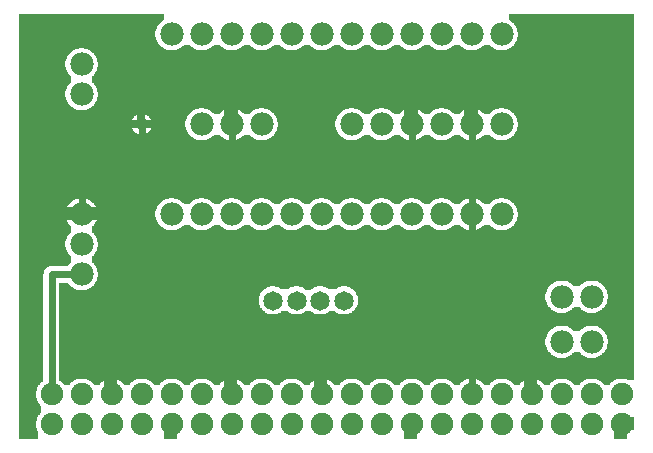
<source format=gbl>
G04 MADE WITH FRITZING*
G04 WWW.FRITZING.ORG*
G04 DOUBLE SIDED*
G04 HOLES PLATED*
G04 CONTOUR ON CENTER OF CONTOUR VECTOR*
%ASAXBY*%
%FSLAX23Y23*%
%MOIN*%
%OFA0B0*%
%SFA1.0B1.0*%
%ADD10C,0.075000*%
%ADD11C,0.039370*%
%ADD12C,0.065000*%
%ADD13C,0.078000*%
%ADD14C,0.075361*%
%ADD15C,0.024000*%
%LNCOPPER0*%
G90*
G70*
G54D10*
X118Y1399D03*
G54D11*
X448Y1089D03*
G54D12*
X1122Y501D03*
X1043Y501D03*
X965Y501D03*
X886Y501D03*
G54D13*
X248Y589D03*
X248Y689D03*
X248Y789D03*
G54D14*
X148Y89D03*
X248Y89D03*
X348Y89D03*
X448Y89D03*
X548Y89D03*
X648Y89D03*
X748Y89D03*
X848Y89D03*
X948Y89D03*
X1048Y89D03*
X1148Y89D03*
X1248Y89D03*
X1348Y89D03*
X1448Y89D03*
X1548Y89D03*
X1648Y89D03*
X1748Y89D03*
X1848Y89D03*
X1948Y89D03*
X2048Y89D03*
X2048Y189D03*
X1948Y189D03*
X1848Y189D03*
X1748Y189D03*
X1648Y189D03*
X1548Y189D03*
X1448Y189D03*
X1348Y189D03*
X1248Y189D03*
X1148Y189D03*
X1048Y189D03*
X948Y189D03*
X848Y189D03*
X748Y189D03*
X648Y189D03*
X548Y189D03*
X448Y189D03*
X348Y189D03*
X248Y189D03*
X148Y189D03*
G54D13*
X248Y1189D03*
X248Y1189D03*
X248Y1289D03*
X1648Y1089D03*
X1548Y1089D03*
X1448Y1089D03*
X1348Y1089D03*
X1248Y1089D03*
X1148Y1089D03*
X548Y789D03*
X648Y789D03*
X748Y789D03*
X848Y789D03*
X948Y789D03*
X1048Y789D03*
X1148Y789D03*
X1248Y789D03*
X1348Y789D03*
X1448Y789D03*
X1548Y789D03*
X1648Y789D03*
X548Y1389D03*
X648Y1389D03*
X748Y1389D03*
X848Y1389D03*
X948Y1389D03*
X1048Y1389D03*
X1148Y1389D03*
X1248Y1389D03*
X1348Y1389D03*
X1448Y1389D03*
X1548Y1389D03*
X1648Y1389D03*
X648Y1089D03*
X748Y1089D03*
X848Y1089D03*
X1948Y514D03*
X1848Y514D03*
X1948Y364D03*
X1848Y364D03*
G54D15*
X1548Y889D02*
X1548Y819D01*
D02*
X748Y889D02*
X1548Y889D01*
D02*
X748Y1058D02*
X748Y889D01*
D02*
X748Y889D02*
X748Y1058D01*
D02*
X248Y819D02*
X248Y889D01*
D02*
X248Y889D02*
X748Y889D01*
D02*
X448Y1070D02*
X448Y889D01*
D02*
X448Y889D02*
X748Y889D01*
D02*
X748Y889D02*
X748Y1058D01*
D02*
X1548Y889D02*
X1548Y1058D01*
D02*
X1348Y889D02*
X1548Y889D01*
D02*
X1548Y1058D02*
X1548Y819D01*
D02*
X1348Y1058D02*
X1348Y889D01*
D02*
X1548Y758D02*
X1548Y220D01*
D02*
X148Y589D02*
X148Y220D01*
D02*
X218Y589D02*
X148Y589D01*
G36*
X40Y1455D02*
X40Y1343D01*
X256Y1343D01*
X256Y1341D01*
X264Y1341D01*
X264Y1339D01*
X270Y1339D01*
X270Y1337D01*
X274Y1337D01*
X274Y1335D01*
X536Y1335D01*
X536Y1337D01*
X530Y1337D01*
X530Y1339D01*
X526Y1339D01*
X526Y1341D01*
X522Y1341D01*
X522Y1343D01*
X518Y1343D01*
X518Y1345D01*
X516Y1345D01*
X516Y1347D01*
X512Y1347D01*
X512Y1349D01*
X510Y1349D01*
X510Y1351D01*
X508Y1351D01*
X508Y1353D01*
X506Y1353D01*
X506Y1357D01*
X504Y1357D01*
X504Y1359D01*
X502Y1359D01*
X502Y1363D01*
X500Y1363D01*
X500Y1367D01*
X498Y1367D01*
X498Y1371D01*
X496Y1371D01*
X496Y1379D01*
X494Y1379D01*
X494Y1399D01*
X496Y1399D01*
X496Y1407D01*
X498Y1407D01*
X498Y1411D01*
X500Y1411D01*
X500Y1415D01*
X502Y1415D01*
X502Y1419D01*
X504Y1419D01*
X504Y1421D01*
X506Y1421D01*
X506Y1423D01*
X508Y1423D01*
X508Y1425D01*
X510Y1425D01*
X510Y1427D01*
X512Y1427D01*
X512Y1429D01*
X514Y1429D01*
X514Y1431D01*
X516Y1431D01*
X516Y1433D01*
X518Y1433D01*
X518Y1435D01*
X522Y1435D01*
X522Y1455D01*
X40Y1455D01*
G37*
D02*
G36*
X1674Y1455D02*
X1674Y1435D01*
X1676Y1435D01*
X1676Y1433D01*
X1680Y1433D01*
X1680Y1431D01*
X1682Y1431D01*
X1682Y1429D01*
X1684Y1429D01*
X1684Y1427D01*
X1686Y1427D01*
X1686Y1425D01*
X1688Y1425D01*
X1688Y1423D01*
X1690Y1423D01*
X1690Y1421D01*
X1692Y1421D01*
X1692Y1419D01*
X1694Y1419D01*
X1694Y1415D01*
X1696Y1415D01*
X1696Y1411D01*
X1698Y1411D01*
X1698Y1405D01*
X1700Y1405D01*
X1700Y1397D01*
X1702Y1397D01*
X1702Y1379D01*
X1700Y1379D01*
X1700Y1371D01*
X1698Y1371D01*
X1698Y1367D01*
X1696Y1367D01*
X1696Y1363D01*
X1694Y1363D01*
X1694Y1359D01*
X1692Y1359D01*
X1692Y1357D01*
X1690Y1357D01*
X1690Y1355D01*
X1688Y1355D01*
X1688Y1351D01*
X1686Y1351D01*
X1686Y1349D01*
X1682Y1349D01*
X1682Y1347D01*
X1680Y1347D01*
X1680Y1345D01*
X1678Y1345D01*
X1678Y1343D01*
X1674Y1343D01*
X1674Y1341D01*
X1670Y1341D01*
X1670Y1339D01*
X1666Y1339D01*
X1666Y1337D01*
X1660Y1337D01*
X1660Y1335D01*
X2090Y1335D01*
X2090Y1455D01*
X1674Y1455D01*
G37*
D02*
G36*
X588Y1353D02*
X588Y1351D01*
X586Y1351D01*
X586Y1349D01*
X582Y1349D01*
X582Y1347D01*
X580Y1347D01*
X580Y1345D01*
X578Y1345D01*
X578Y1343D01*
X574Y1343D01*
X574Y1341D01*
X570Y1341D01*
X570Y1339D01*
X566Y1339D01*
X566Y1337D01*
X560Y1337D01*
X560Y1335D01*
X636Y1335D01*
X636Y1337D01*
X630Y1337D01*
X630Y1339D01*
X626Y1339D01*
X626Y1341D01*
X622Y1341D01*
X622Y1343D01*
X618Y1343D01*
X618Y1345D01*
X616Y1345D01*
X616Y1347D01*
X612Y1347D01*
X612Y1349D01*
X610Y1349D01*
X610Y1351D01*
X608Y1351D01*
X608Y1353D01*
X588Y1353D01*
G37*
D02*
G36*
X688Y1353D02*
X688Y1351D01*
X686Y1351D01*
X686Y1349D01*
X682Y1349D01*
X682Y1347D01*
X680Y1347D01*
X680Y1345D01*
X678Y1345D01*
X678Y1343D01*
X674Y1343D01*
X674Y1341D01*
X670Y1341D01*
X670Y1339D01*
X666Y1339D01*
X666Y1337D01*
X660Y1337D01*
X660Y1335D01*
X736Y1335D01*
X736Y1337D01*
X730Y1337D01*
X730Y1339D01*
X726Y1339D01*
X726Y1341D01*
X722Y1341D01*
X722Y1343D01*
X718Y1343D01*
X718Y1345D01*
X716Y1345D01*
X716Y1347D01*
X712Y1347D01*
X712Y1349D01*
X710Y1349D01*
X710Y1351D01*
X708Y1351D01*
X708Y1353D01*
X688Y1353D01*
G37*
D02*
G36*
X788Y1353D02*
X788Y1351D01*
X786Y1351D01*
X786Y1349D01*
X782Y1349D01*
X782Y1347D01*
X780Y1347D01*
X780Y1345D01*
X778Y1345D01*
X778Y1343D01*
X774Y1343D01*
X774Y1341D01*
X770Y1341D01*
X770Y1339D01*
X766Y1339D01*
X766Y1337D01*
X760Y1337D01*
X760Y1335D01*
X836Y1335D01*
X836Y1337D01*
X830Y1337D01*
X830Y1339D01*
X826Y1339D01*
X826Y1341D01*
X822Y1341D01*
X822Y1343D01*
X818Y1343D01*
X818Y1345D01*
X816Y1345D01*
X816Y1347D01*
X812Y1347D01*
X812Y1349D01*
X810Y1349D01*
X810Y1351D01*
X808Y1351D01*
X808Y1353D01*
X788Y1353D01*
G37*
D02*
G36*
X888Y1353D02*
X888Y1351D01*
X886Y1351D01*
X886Y1349D01*
X882Y1349D01*
X882Y1347D01*
X880Y1347D01*
X880Y1345D01*
X878Y1345D01*
X878Y1343D01*
X874Y1343D01*
X874Y1341D01*
X870Y1341D01*
X870Y1339D01*
X866Y1339D01*
X866Y1337D01*
X860Y1337D01*
X860Y1335D01*
X936Y1335D01*
X936Y1337D01*
X930Y1337D01*
X930Y1339D01*
X926Y1339D01*
X926Y1341D01*
X922Y1341D01*
X922Y1343D01*
X918Y1343D01*
X918Y1345D01*
X916Y1345D01*
X916Y1347D01*
X912Y1347D01*
X912Y1349D01*
X910Y1349D01*
X910Y1351D01*
X908Y1351D01*
X908Y1353D01*
X888Y1353D01*
G37*
D02*
G36*
X988Y1353D02*
X988Y1351D01*
X986Y1351D01*
X986Y1349D01*
X982Y1349D01*
X982Y1347D01*
X980Y1347D01*
X980Y1345D01*
X978Y1345D01*
X978Y1343D01*
X974Y1343D01*
X974Y1341D01*
X970Y1341D01*
X970Y1339D01*
X966Y1339D01*
X966Y1337D01*
X960Y1337D01*
X960Y1335D01*
X1036Y1335D01*
X1036Y1337D01*
X1030Y1337D01*
X1030Y1339D01*
X1026Y1339D01*
X1026Y1341D01*
X1022Y1341D01*
X1022Y1343D01*
X1018Y1343D01*
X1018Y1345D01*
X1016Y1345D01*
X1016Y1347D01*
X1012Y1347D01*
X1012Y1349D01*
X1010Y1349D01*
X1010Y1351D01*
X1008Y1351D01*
X1008Y1353D01*
X988Y1353D01*
G37*
D02*
G36*
X1088Y1353D02*
X1088Y1351D01*
X1086Y1351D01*
X1086Y1349D01*
X1082Y1349D01*
X1082Y1347D01*
X1080Y1347D01*
X1080Y1345D01*
X1078Y1345D01*
X1078Y1343D01*
X1074Y1343D01*
X1074Y1341D01*
X1070Y1341D01*
X1070Y1339D01*
X1066Y1339D01*
X1066Y1337D01*
X1060Y1337D01*
X1060Y1335D01*
X1136Y1335D01*
X1136Y1337D01*
X1130Y1337D01*
X1130Y1339D01*
X1126Y1339D01*
X1126Y1341D01*
X1122Y1341D01*
X1122Y1343D01*
X1118Y1343D01*
X1118Y1345D01*
X1116Y1345D01*
X1116Y1347D01*
X1112Y1347D01*
X1112Y1349D01*
X1110Y1349D01*
X1110Y1351D01*
X1108Y1351D01*
X1108Y1353D01*
X1088Y1353D01*
G37*
D02*
G36*
X1188Y1353D02*
X1188Y1351D01*
X1186Y1351D01*
X1186Y1349D01*
X1182Y1349D01*
X1182Y1347D01*
X1180Y1347D01*
X1180Y1345D01*
X1178Y1345D01*
X1178Y1343D01*
X1174Y1343D01*
X1174Y1341D01*
X1170Y1341D01*
X1170Y1339D01*
X1166Y1339D01*
X1166Y1337D01*
X1160Y1337D01*
X1160Y1335D01*
X1236Y1335D01*
X1236Y1337D01*
X1230Y1337D01*
X1230Y1339D01*
X1226Y1339D01*
X1226Y1341D01*
X1222Y1341D01*
X1222Y1343D01*
X1218Y1343D01*
X1218Y1345D01*
X1216Y1345D01*
X1216Y1347D01*
X1212Y1347D01*
X1212Y1349D01*
X1210Y1349D01*
X1210Y1351D01*
X1208Y1351D01*
X1208Y1353D01*
X1188Y1353D01*
G37*
D02*
G36*
X1288Y1353D02*
X1288Y1351D01*
X1286Y1351D01*
X1286Y1349D01*
X1282Y1349D01*
X1282Y1347D01*
X1280Y1347D01*
X1280Y1345D01*
X1278Y1345D01*
X1278Y1343D01*
X1274Y1343D01*
X1274Y1341D01*
X1270Y1341D01*
X1270Y1339D01*
X1266Y1339D01*
X1266Y1337D01*
X1260Y1337D01*
X1260Y1335D01*
X1336Y1335D01*
X1336Y1337D01*
X1330Y1337D01*
X1330Y1339D01*
X1326Y1339D01*
X1326Y1341D01*
X1322Y1341D01*
X1322Y1343D01*
X1318Y1343D01*
X1318Y1345D01*
X1316Y1345D01*
X1316Y1347D01*
X1312Y1347D01*
X1312Y1349D01*
X1310Y1349D01*
X1310Y1351D01*
X1308Y1351D01*
X1308Y1353D01*
X1288Y1353D01*
G37*
D02*
G36*
X1388Y1353D02*
X1388Y1351D01*
X1386Y1351D01*
X1386Y1349D01*
X1382Y1349D01*
X1382Y1347D01*
X1380Y1347D01*
X1380Y1345D01*
X1378Y1345D01*
X1378Y1343D01*
X1374Y1343D01*
X1374Y1341D01*
X1370Y1341D01*
X1370Y1339D01*
X1366Y1339D01*
X1366Y1337D01*
X1360Y1337D01*
X1360Y1335D01*
X1436Y1335D01*
X1436Y1337D01*
X1430Y1337D01*
X1430Y1339D01*
X1426Y1339D01*
X1426Y1341D01*
X1422Y1341D01*
X1422Y1343D01*
X1418Y1343D01*
X1418Y1345D01*
X1416Y1345D01*
X1416Y1347D01*
X1412Y1347D01*
X1412Y1349D01*
X1410Y1349D01*
X1410Y1351D01*
X1408Y1351D01*
X1408Y1353D01*
X1388Y1353D01*
G37*
D02*
G36*
X1488Y1353D02*
X1488Y1351D01*
X1486Y1351D01*
X1486Y1349D01*
X1482Y1349D01*
X1482Y1347D01*
X1480Y1347D01*
X1480Y1345D01*
X1478Y1345D01*
X1478Y1343D01*
X1474Y1343D01*
X1474Y1341D01*
X1470Y1341D01*
X1470Y1339D01*
X1466Y1339D01*
X1466Y1337D01*
X1460Y1337D01*
X1460Y1335D01*
X1536Y1335D01*
X1536Y1337D01*
X1530Y1337D01*
X1530Y1339D01*
X1526Y1339D01*
X1526Y1341D01*
X1522Y1341D01*
X1522Y1343D01*
X1518Y1343D01*
X1518Y1345D01*
X1516Y1345D01*
X1516Y1347D01*
X1512Y1347D01*
X1512Y1349D01*
X1510Y1349D01*
X1510Y1351D01*
X1508Y1351D01*
X1508Y1353D01*
X1488Y1353D01*
G37*
D02*
G36*
X1588Y1353D02*
X1588Y1351D01*
X1586Y1351D01*
X1586Y1349D01*
X1582Y1349D01*
X1582Y1347D01*
X1580Y1347D01*
X1580Y1345D01*
X1578Y1345D01*
X1578Y1343D01*
X1574Y1343D01*
X1574Y1341D01*
X1570Y1341D01*
X1570Y1339D01*
X1566Y1339D01*
X1566Y1337D01*
X1560Y1337D01*
X1560Y1335D01*
X1636Y1335D01*
X1636Y1337D01*
X1630Y1337D01*
X1630Y1339D01*
X1626Y1339D01*
X1626Y1341D01*
X1622Y1341D01*
X1622Y1343D01*
X1618Y1343D01*
X1618Y1345D01*
X1616Y1345D01*
X1616Y1347D01*
X1612Y1347D01*
X1612Y1349D01*
X1610Y1349D01*
X1610Y1351D01*
X1608Y1351D01*
X1608Y1353D01*
X1588Y1353D01*
G37*
D02*
G36*
X40Y1343D02*
X40Y1135D01*
X236Y1135D01*
X236Y1137D01*
X230Y1137D01*
X230Y1139D01*
X226Y1139D01*
X226Y1141D01*
X222Y1141D01*
X222Y1143D01*
X218Y1143D01*
X218Y1145D01*
X216Y1145D01*
X216Y1147D01*
X212Y1147D01*
X212Y1149D01*
X210Y1149D01*
X210Y1151D01*
X208Y1151D01*
X208Y1153D01*
X206Y1153D01*
X206Y1157D01*
X204Y1157D01*
X204Y1159D01*
X202Y1159D01*
X202Y1163D01*
X200Y1163D01*
X200Y1167D01*
X198Y1167D01*
X198Y1171D01*
X196Y1171D01*
X196Y1179D01*
X194Y1179D01*
X194Y1199D01*
X196Y1199D01*
X196Y1207D01*
X198Y1207D01*
X198Y1211D01*
X200Y1211D01*
X200Y1215D01*
X202Y1215D01*
X202Y1219D01*
X204Y1219D01*
X204Y1221D01*
X206Y1221D01*
X206Y1223D01*
X208Y1223D01*
X208Y1225D01*
X210Y1225D01*
X210Y1227D01*
X212Y1227D01*
X212Y1249D01*
X210Y1249D01*
X210Y1251D01*
X208Y1251D01*
X208Y1253D01*
X206Y1253D01*
X206Y1257D01*
X204Y1257D01*
X204Y1259D01*
X202Y1259D01*
X202Y1263D01*
X200Y1263D01*
X200Y1267D01*
X198Y1267D01*
X198Y1271D01*
X196Y1271D01*
X196Y1279D01*
X194Y1279D01*
X194Y1299D01*
X196Y1299D01*
X196Y1307D01*
X198Y1307D01*
X198Y1311D01*
X200Y1311D01*
X200Y1315D01*
X202Y1315D01*
X202Y1319D01*
X204Y1319D01*
X204Y1321D01*
X206Y1321D01*
X206Y1323D01*
X208Y1323D01*
X208Y1325D01*
X210Y1325D01*
X210Y1327D01*
X212Y1327D01*
X212Y1329D01*
X214Y1329D01*
X214Y1331D01*
X216Y1331D01*
X216Y1333D01*
X218Y1333D01*
X218Y1335D01*
X222Y1335D01*
X222Y1337D01*
X226Y1337D01*
X226Y1339D01*
X232Y1339D01*
X232Y1341D01*
X240Y1341D01*
X240Y1343D01*
X40Y1343D01*
G37*
D02*
G36*
X276Y1335D02*
X276Y1333D01*
X2090Y1333D01*
X2090Y1335D01*
X276Y1335D01*
G37*
D02*
G36*
X276Y1335D02*
X276Y1333D01*
X2090Y1333D01*
X2090Y1335D01*
X276Y1335D01*
G37*
D02*
G36*
X276Y1335D02*
X276Y1333D01*
X2090Y1333D01*
X2090Y1335D01*
X276Y1335D01*
G37*
D02*
G36*
X276Y1335D02*
X276Y1333D01*
X2090Y1333D01*
X2090Y1335D01*
X276Y1335D01*
G37*
D02*
G36*
X276Y1335D02*
X276Y1333D01*
X2090Y1333D01*
X2090Y1335D01*
X276Y1335D01*
G37*
D02*
G36*
X276Y1335D02*
X276Y1333D01*
X2090Y1333D01*
X2090Y1335D01*
X276Y1335D01*
G37*
D02*
G36*
X276Y1335D02*
X276Y1333D01*
X2090Y1333D01*
X2090Y1335D01*
X276Y1335D01*
G37*
D02*
G36*
X276Y1335D02*
X276Y1333D01*
X2090Y1333D01*
X2090Y1335D01*
X276Y1335D01*
G37*
D02*
G36*
X276Y1335D02*
X276Y1333D01*
X2090Y1333D01*
X2090Y1335D01*
X276Y1335D01*
G37*
D02*
G36*
X276Y1335D02*
X276Y1333D01*
X2090Y1333D01*
X2090Y1335D01*
X276Y1335D01*
G37*
D02*
G36*
X276Y1335D02*
X276Y1333D01*
X2090Y1333D01*
X2090Y1335D01*
X276Y1335D01*
G37*
D02*
G36*
X276Y1335D02*
X276Y1333D01*
X2090Y1333D01*
X2090Y1335D01*
X276Y1335D01*
G37*
D02*
G36*
X276Y1335D02*
X276Y1333D01*
X2090Y1333D01*
X2090Y1335D01*
X276Y1335D01*
G37*
D02*
G36*
X280Y1333D02*
X280Y1331D01*
X282Y1331D01*
X282Y1329D01*
X284Y1329D01*
X284Y1327D01*
X286Y1327D01*
X286Y1325D01*
X288Y1325D01*
X288Y1323D01*
X290Y1323D01*
X290Y1321D01*
X292Y1321D01*
X292Y1319D01*
X294Y1319D01*
X294Y1315D01*
X296Y1315D01*
X296Y1311D01*
X298Y1311D01*
X298Y1305D01*
X300Y1305D01*
X300Y1297D01*
X302Y1297D01*
X302Y1279D01*
X300Y1279D01*
X300Y1271D01*
X298Y1271D01*
X298Y1267D01*
X296Y1267D01*
X296Y1263D01*
X294Y1263D01*
X294Y1259D01*
X292Y1259D01*
X292Y1257D01*
X290Y1257D01*
X290Y1255D01*
X288Y1255D01*
X288Y1251D01*
X286Y1251D01*
X286Y1249D01*
X282Y1249D01*
X282Y1229D01*
X284Y1229D01*
X284Y1227D01*
X286Y1227D01*
X286Y1225D01*
X288Y1225D01*
X288Y1223D01*
X290Y1223D01*
X290Y1221D01*
X292Y1221D01*
X292Y1219D01*
X294Y1219D01*
X294Y1215D01*
X296Y1215D01*
X296Y1211D01*
X298Y1211D01*
X298Y1205D01*
X300Y1205D01*
X300Y1197D01*
X302Y1197D01*
X302Y1179D01*
X300Y1179D01*
X300Y1171D01*
X298Y1171D01*
X298Y1167D01*
X296Y1167D01*
X296Y1163D01*
X294Y1163D01*
X294Y1159D01*
X292Y1159D01*
X292Y1157D01*
X290Y1157D01*
X290Y1155D01*
X288Y1155D01*
X288Y1151D01*
X286Y1151D01*
X286Y1149D01*
X282Y1149D01*
X282Y1147D01*
X280Y1147D01*
X280Y1145D01*
X278Y1145D01*
X278Y1143D01*
X1656Y1143D01*
X1656Y1141D01*
X1664Y1141D01*
X1664Y1139D01*
X1670Y1139D01*
X1670Y1137D01*
X1674Y1137D01*
X1674Y1135D01*
X1676Y1135D01*
X1676Y1133D01*
X1680Y1133D01*
X1680Y1131D01*
X1682Y1131D01*
X1682Y1129D01*
X1684Y1129D01*
X1684Y1127D01*
X1686Y1127D01*
X1686Y1125D01*
X1688Y1125D01*
X1688Y1123D01*
X1690Y1123D01*
X1690Y1121D01*
X1692Y1121D01*
X1692Y1119D01*
X1694Y1119D01*
X1694Y1115D01*
X1696Y1115D01*
X1696Y1111D01*
X1698Y1111D01*
X1698Y1105D01*
X1700Y1105D01*
X1700Y1097D01*
X1702Y1097D01*
X1702Y1079D01*
X1700Y1079D01*
X1700Y1071D01*
X1698Y1071D01*
X1698Y1067D01*
X1696Y1067D01*
X1696Y1063D01*
X1694Y1063D01*
X1694Y1059D01*
X1692Y1059D01*
X1692Y1057D01*
X1690Y1057D01*
X1690Y1055D01*
X1688Y1055D01*
X1688Y1051D01*
X1686Y1051D01*
X1686Y1049D01*
X1682Y1049D01*
X1682Y1047D01*
X1680Y1047D01*
X1680Y1045D01*
X1678Y1045D01*
X1678Y1043D01*
X1674Y1043D01*
X1674Y1041D01*
X1670Y1041D01*
X1670Y1039D01*
X1666Y1039D01*
X1666Y1037D01*
X1660Y1037D01*
X1660Y1035D01*
X2090Y1035D01*
X2090Y1333D01*
X280Y1333D01*
G37*
D02*
G36*
X274Y1143D02*
X274Y1141D01*
X270Y1141D01*
X270Y1139D01*
X266Y1139D01*
X266Y1137D01*
X260Y1137D01*
X260Y1135D01*
X622Y1135D01*
X622Y1137D01*
X626Y1137D01*
X626Y1139D01*
X632Y1139D01*
X632Y1141D01*
X640Y1141D01*
X640Y1143D01*
X274Y1143D01*
G37*
D02*
G36*
X656Y1143D02*
X656Y1141D01*
X664Y1141D01*
X664Y1139D01*
X670Y1139D01*
X670Y1137D01*
X674Y1137D01*
X674Y1135D01*
X676Y1135D01*
X676Y1133D01*
X680Y1133D01*
X680Y1131D01*
X682Y1131D01*
X682Y1129D01*
X684Y1129D01*
X684Y1127D01*
X686Y1127D01*
X686Y1125D01*
X688Y1125D01*
X688Y1123D01*
X708Y1123D01*
X708Y1125D01*
X710Y1125D01*
X710Y1127D01*
X712Y1127D01*
X712Y1129D01*
X714Y1129D01*
X714Y1131D01*
X716Y1131D01*
X716Y1133D01*
X718Y1133D01*
X718Y1135D01*
X722Y1135D01*
X722Y1137D01*
X726Y1137D01*
X726Y1139D01*
X732Y1139D01*
X732Y1141D01*
X740Y1141D01*
X740Y1143D01*
X656Y1143D01*
G37*
D02*
G36*
X756Y1143D02*
X756Y1141D01*
X764Y1141D01*
X764Y1139D01*
X770Y1139D01*
X770Y1137D01*
X774Y1137D01*
X774Y1135D01*
X776Y1135D01*
X776Y1133D01*
X780Y1133D01*
X780Y1131D01*
X782Y1131D01*
X782Y1129D01*
X784Y1129D01*
X784Y1127D01*
X786Y1127D01*
X786Y1125D01*
X788Y1125D01*
X788Y1123D01*
X808Y1123D01*
X808Y1125D01*
X810Y1125D01*
X810Y1127D01*
X812Y1127D01*
X812Y1129D01*
X814Y1129D01*
X814Y1131D01*
X816Y1131D01*
X816Y1133D01*
X818Y1133D01*
X818Y1135D01*
X822Y1135D01*
X822Y1137D01*
X826Y1137D01*
X826Y1139D01*
X832Y1139D01*
X832Y1141D01*
X840Y1141D01*
X840Y1143D01*
X756Y1143D01*
G37*
D02*
G36*
X856Y1143D02*
X856Y1141D01*
X864Y1141D01*
X864Y1139D01*
X870Y1139D01*
X870Y1137D01*
X874Y1137D01*
X874Y1135D01*
X876Y1135D01*
X876Y1133D01*
X880Y1133D01*
X880Y1131D01*
X882Y1131D01*
X882Y1129D01*
X884Y1129D01*
X884Y1127D01*
X886Y1127D01*
X886Y1125D01*
X888Y1125D01*
X888Y1123D01*
X890Y1123D01*
X890Y1121D01*
X892Y1121D01*
X892Y1119D01*
X894Y1119D01*
X894Y1115D01*
X896Y1115D01*
X896Y1111D01*
X898Y1111D01*
X898Y1105D01*
X900Y1105D01*
X900Y1097D01*
X902Y1097D01*
X902Y1079D01*
X900Y1079D01*
X900Y1071D01*
X898Y1071D01*
X898Y1067D01*
X896Y1067D01*
X896Y1063D01*
X894Y1063D01*
X894Y1059D01*
X892Y1059D01*
X892Y1057D01*
X890Y1057D01*
X890Y1055D01*
X888Y1055D01*
X888Y1051D01*
X886Y1051D01*
X886Y1049D01*
X882Y1049D01*
X882Y1047D01*
X880Y1047D01*
X880Y1045D01*
X878Y1045D01*
X878Y1043D01*
X874Y1043D01*
X874Y1041D01*
X870Y1041D01*
X870Y1039D01*
X866Y1039D01*
X866Y1037D01*
X860Y1037D01*
X860Y1035D01*
X1136Y1035D01*
X1136Y1037D01*
X1130Y1037D01*
X1130Y1039D01*
X1126Y1039D01*
X1126Y1041D01*
X1122Y1041D01*
X1122Y1043D01*
X1118Y1043D01*
X1118Y1045D01*
X1116Y1045D01*
X1116Y1047D01*
X1112Y1047D01*
X1112Y1049D01*
X1110Y1049D01*
X1110Y1051D01*
X1108Y1051D01*
X1108Y1053D01*
X1106Y1053D01*
X1106Y1057D01*
X1104Y1057D01*
X1104Y1059D01*
X1102Y1059D01*
X1102Y1063D01*
X1100Y1063D01*
X1100Y1067D01*
X1098Y1067D01*
X1098Y1071D01*
X1096Y1071D01*
X1096Y1079D01*
X1094Y1079D01*
X1094Y1099D01*
X1096Y1099D01*
X1096Y1107D01*
X1098Y1107D01*
X1098Y1111D01*
X1100Y1111D01*
X1100Y1115D01*
X1102Y1115D01*
X1102Y1119D01*
X1104Y1119D01*
X1104Y1121D01*
X1106Y1121D01*
X1106Y1123D01*
X1108Y1123D01*
X1108Y1125D01*
X1110Y1125D01*
X1110Y1127D01*
X1112Y1127D01*
X1112Y1129D01*
X1114Y1129D01*
X1114Y1131D01*
X1116Y1131D01*
X1116Y1133D01*
X1118Y1133D01*
X1118Y1135D01*
X1122Y1135D01*
X1122Y1137D01*
X1126Y1137D01*
X1126Y1139D01*
X1132Y1139D01*
X1132Y1141D01*
X1140Y1141D01*
X1140Y1143D01*
X856Y1143D01*
G37*
D02*
G36*
X1156Y1143D02*
X1156Y1141D01*
X1164Y1141D01*
X1164Y1139D01*
X1170Y1139D01*
X1170Y1137D01*
X1174Y1137D01*
X1174Y1135D01*
X1176Y1135D01*
X1176Y1133D01*
X1180Y1133D01*
X1180Y1131D01*
X1182Y1131D01*
X1182Y1129D01*
X1184Y1129D01*
X1184Y1127D01*
X1186Y1127D01*
X1186Y1125D01*
X1188Y1125D01*
X1188Y1123D01*
X1208Y1123D01*
X1208Y1125D01*
X1210Y1125D01*
X1210Y1127D01*
X1212Y1127D01*
X1212Y1129D01*
X1214Y1129D01*
X1214Y1131D01*
X1216Y1131D01*
X1216Y1133D01*
X1218Y1133D01*
X1218Y1135D01*
X1222Y1135D01*
X1222Y1137D01*
X1226Y1137D01*
X1226Y1139D01*
X1232Y1139D01*
X1232Y1141D01*
X1240Y1141D01*
X1240Y1143D01*
X1156Y1143D01*
G37*
D02*
G36*
X1256Y1143D02*
X1256Y1141D01*
X1264Y1141D01*
X1264Y1139D01*
X1270Y1139D01*
X1270Y1137D01*
X1274Y1137D01*
X1274Y1135D01*
X1276Y1135D01*
X1276Y1133D01*
X1280Y1133D01*
X1280Y1131D01*
X1282Y1131D01*
X1282Y1129D01*
X1284Y1129D01*
X1284Y1127D01*
X1286Y1127D01*
X1286Y1125D01*
X1288Y1125D01*
X1288Y1123D01*
X1308Y1123D01*
X1308Y1125D01*
X1310Y1125D01*
X1310Y1127D01*
X1312Y1127D01*
X1312Y1129D01*
X1314Y1129D01*
X1314Y1131D01*
X1316Y1131D01*
X1316Y1133D01*
X1318Y1133D01*
X1318Y1135D01*
X1322Y1135D01*
X1322Y1137D01*
X1326Y1137D01*
X1326Y1139D01*
X1332Y1139D01*
X1332Y1141D01*
X1340Y1141D01*
X1340Y1143D01*
X1256Y1143D01*
G37*
D02*
G36*
X1356Y1143D02*
X1356Y1141D01*
X1364Y1141D01*
X1364Y1139D01*
X1370Y1139D01*
X1370Y1137D01*
X1374Y1137D01*
X1374Y1135D01*
X1376Y1135D01*
X1376Y1133D01*
X1380Y1133D01*
X1380Y1131D01*
X1382Y1131D01*
X1382Y1129D01*
X1384Y1129D01*
X1384Y1127D01*
X1386Y1127D01*
X1386Y1125D01*
X1388Y1125D01*
X1388Y1123D01*
X1408Y1123D01*
X1408Y1125D01*
X1410Y1125D01*
X1410Y1127D01*
X1412Y1127D01*
X1412Y1129D01*
X1414Y1129D01*
X1414Y1131D01*
X1416Y1131D01*
X1416Y1133D01*
X1418Y1133D01*
X1418Y1135D01*
X1422Y1135D01*
X1422Y1137D01*
X1426Y1137D01*
X1426Y1139D01*
X1432Y1139D01*
X1432Y1141D01*
X1440Y1141D01*
X1440Y1143D01*
X1356Y1143D01*
G37*
D02*
G36*
X1456Y1143D02*
X1456Y1141D01*
X1464Y1141D01*
X1464Y1139D01*
X1470Y1139D01*
X1470Y1137D01*
X1474Y1137D01*
X1474Y1135D01*
X1476Y1135D01*
X1476Y1133D01*
X1480Y1133D01*
X1480Y1131D01*
X1482Y1131D01*
X1482Y1129D01*
X1484Y1129D01*
X1484Y1127D01*
X1486Y1127D01*
X1486Y1125D01*
X1488Y1125D01*
X1488Y1123D01*
X1508Y1123D01*
X1508Y1125D01*
X1510Y1125D01*
X1510Y1127D01*
X1512Y1127D01*
X1512Y1129D01*
X1514Y1129D01*
X1514Y1131D01*
X1516Y1131D01*
X1516Y1133D01*
X1518Y1133D01*
X1518Y1135D01*
X1522Y1135D01*
X1522Y1137D01*
X1526Y1137D01*
X1526Y1139D01*
X1532Y1139D01*
X1532Y1141D01*
X1540Y1141D01*
X1540Y1143D01*
X1456Y1143D01*
G37*
D02*
G36*
X1556Y1143D02*
X1556Y1141D01*
X1564Y1141D01*
X1564Y1139D01*
X1570Y1139D01*
X1570Y1137D01*
X1574Y1137D01*
X1574Y1135D01*
X1576Y1135D01*
X1576Y1133D01*
X1580Y1133D01*
X1580Y1131D01*
X1582Y1131D01*
X1582Y1129D01*
X1584Y1129D01*
X1584Y1127D01*
X1586Y1127D01*
X1586Y1125D01*
X1588Y1125D01*
X1588Y1123D01*
X1608Y1123D01*
X1608Y1125D01*
X1610Y1125D01*
X1610Y1127D01*
X1612Y1127D01*
X1612Y1129D01*
X1614Y1129D01*
X1614Y1131D01*
X1616Y1131D01*
X1616Y1133D01*
X1618Y1133D01*
X1618Y1135D01*
X1622Y1135D01*
X1622Y1137D01*
X1626Y1137D01*
X1626Y1139D01*
X1632Y1139D01*
X1632Y1141D01*
X1640Y1141D01*
X1640Y1143D01*
X1556Y1143D01*
G37*
D02*
G36*
X40Y1135D02*
X40Y1133D01*
X618Y1133D01*
X618Y1135D01*
X40Y1135D01*
G37*
D02*
G36*
X40Y1135D02*
X40Y1133D01*
X618Y1133D01*
X618Y1135D01*
X40Y1135D01*
G37*
D02*
G36*
X40Y1133D02*
X40Y1123D01*
X456Y1123D01*
X456Y1121D01*
X462Y1121D01*
X462Y1119D01*
X466Y1119D01*
X466Y1117D01*
X470Y1117D01*
X470Y1115D01*
X472Y1115D01*
X472Y1113D01*
X474Y1113D01*
X474Y1111D01*
X476Y1111D01*
X476Y1107D01*
X478Y1107D01*
X478Y1103D01*
X480Y1103D01*
X480Y1099D01*
X482Y1099D01*
X482Y1079D01*
X480Y1079D01*
X480Y1073D01*
X478Y1073D01*
X478Y1071D01*
X476Y1071D01*
X476Y1067D01*
X474Y1067D01*
X474Y1065D01*
X472Y1065D01*
X472Y1063D01*
X470Y1063D01*
X470Y1061D01*
X468Y1061D01*
X468Y1059D01*
X464Y1059D01*
X464Y1057D01*
X458Y1057D01*
X458Y1055D01*
X606Y1055D01*
X606Y1057D01*
X604Y1057D01*
X604Y1059D01*
X602Y1059D01*
X602Y1063D01*
X600Y1063D01*
X600Y1067D01*
X598Y1067D01*
X598Y1071D01*
X596Y1071D01*
X596Y1079D01*
X594Y1079D01*
X594Y1099D01*
X596Y1099D01*
X596Y1107D01*
X598Y1107D01*
X598Y1111D01*
X600Y1111D01*
X600Y1115D01*
X602Y1115D01*
X602Y1119D01*
X604Y1119D01*
X604Y1121D01*
X606Y1121D01*
X606Y1123D01*
X608Y1123D01*
X608Y1125D01*
X610Y1125D01*
X610Y1127D01*
X612Y1127D01*
X612Y1129D01*
X614Y1129D01*
X614Y1131D01*
X616Y1131D01*
X616Y1133D01*
X40Y1133D01*
G37*
D02*
G36*
X40Y1123D02*
X40Y1055D01*
X436Y1055D01*
X436Y1057D01*
X432Y1057D01*
X432Y1059D01*
X428Y1059D01*
X428Y1061D01*
X426Y1061D01*
X426Y1063D01*
X424Y1063D01*
X424Y1065D01*
X422Y1065D01*
X422Y1067D01*
X420Y1067D01*
X420Y1069D01*
X418Y1069D01*
X418Y1073D01*
X416Y1073D01*
X416Y1079D01*
X414Y1079D01*
X414Y1099D01*
X416Y1099D01*
X416Y1105D01*
X418Y1105D01*
X418Y1107D01*
X420Y1107D01*
X420Y1111D01*
X422Y1111D01*
X422Y1113D01*
X424Y1113D01*
X424Y1115D01*
X426Y1115D01*
X426Y1117D01*
X430Y1117D01*
X430Y1119D01*
X434Y1119D01*
X434Y1121D01*
X438Y1121D01*
X438Y1123D01*
X40Y1123D01*
G37*
D02*
G36*
X40Y1055D02*
X40Y1053D01*
X606Y1053D01*
X606Y1055D01*
X40Y1055D01*
G37*
D02*
G36*
X40Y1055D02*
X40Y1053D01*
X606Y1053D01*
X606Y1055D01*
X40Y1055D01*
G37*
D02*
G36*
X40Y1053D02*
X40Y1035D01*
X636Y1035D01*
X636Y1037D01*
X630Y1037D01*
X630Y1039D01*
X626Y1039D01*
X626Y1041D01*
X622Y1041D01*
X622Y1043D01*
X618Y1043D01*
X618Y1045D01*
X616Y1045D01*
X616Y1047D01*
X612Y1047D01*
X612Y1049D01*
X610Y1049D01*
X610Y1051D01*
X608Y1051D01*
X608Y1053D01*
X40Y1053D01*
G37*
D02*
G36*
X688Y1053D02*
X688Y1051D01*
X686Y1051D01*
X686Y1049D01*
X682Y1049D01*
X682Y1047D01*
X680Y1047D01*
X680Y1045D01*
X678Y1045D01*
X678Y1043D01*
X674Y1043D01*
X674Y1041D01*
X670Y1041D01*
X670Y1039D01*
X666Y1039D01*
X666Y1037D01*
X660Y1037D01*
X660Y1035D01*
X736Y1035D01*
X736Y1037D01*
X730Y1037D01*
X730Y1039D01*
X726Y1039D01*
X726Y1041D01*
X722Y1041D01*
X722Y1043D01*
X718Y1043D01*
X718Y1045D01*
X716Y1045D01*
X716Y1047D01*
X712Y1047D01*
X712Y1049D01*
X710Y1049D01*
X710Y1051D01*
X708Y1051D01*
X708Y1053D01*
X688Y1053D01*
G37*
D02*
G36*
X788Y1053D02*
X788Y1051D01*
X786Y1051D01*
X786Y1049D01*
X782Y1049D01*
X782Y1047D01*
X780Y1047D01*
X780Y1045D01*
X778Y1045D01*
X778Y1043D01*
X774Y1043D01*
X774Y1041D01*
X770Y1041D01*
X770Y1039D01*
X766Y1039D01*
X766Y1037D01*
X760Y1037D01*
X760Y1035D01*
X836Y1035D01*
X836Y1037D01*
X830Y1037D01*
X830Y1039D01*
X826Y1039D01*
X826Y1041D01*
X822Y1041D01*
X822Y1043D01*
X818Y1043D01*
X818Y1045D01*
X816Y1045D01*
X816Y1047D01*
X812Y1047D01*
X812Y1049D01*
X810Y1049D01*
X810Y1051D01*
X808Y1051D01*
X808Y1053D01*
X788Y1053D01*
G37*
D02*
G36*
X1188Y1053D02*
X1188Y1051D01*
X1186Y1051D01*
X1186Y1049D01*
X1182Y1049D01*
X1182Y1047D01*
X1180Y1047D01*
X1180Y1045D01*
X1178Y1045D01*
X1178Y1043D01*
X1174Y1043D01*
X1174Y1041D01*
X1170Y1041D01*
X1170Y1039D01*
X1166Y1039D01*
X1166Y1037D01*
X1160Y1037D01*
X1160Y1035D01*
X1236Y1035D01*
X1236Y1037D01*
X1230Y1037D01*
X1230Y1039D01*
X1226Y1039D01*
X1226Y1041D01*
X1222Y1041D01*
X1222Y1043D01*
X1218Y1043D01*
X1218Y1045D01*
X1216Y1045D01*
X1216Y1047D01*
X1212Y1047D01*
X1212Y1049D01*
X1210Y1049D01*
X1210Y1051D01*
X1208Y1051D01*
X1208Y1053D01*
X1188Y1053D01*
G37*
D02*
G36*
X1288Y1053D02*
X1288Y1051D01*
X1286Y1051D01*
X1286Y1049D01*
X1282Y1049D01*
X1282Y1047D01*
X1280Y1047D01*
X1280Y1045D01*
X1278Y1045D01*
X1278Y1043D01*
X1274Y1043D01*
X1274Y1041D01*
X1270Y1041D01*
X1270Y1039D01*
X1266Y1039D01*
X1266Y1037D01*
X1260Y1037D01*
X1260Y1035D01*
X1336Y1035D01*
X1336Y1037D01*
X1330Y1037D01*
X1330Y1039D01*
X1326Y1039D01*
X1326Y1041D01*
X1322Y1041D01*
X1322Y1043D01*
X1318Y1043D01*
X1318Y1045D01*
X1316Y1045D01*
X1316Y1047D01*
X1312Y1047D01*
X1312Y1049D01*
X1310Y1049D01*
X1310Y1051D01*
X1308Y1051D01*
X1308Y1053D01*
X1288Y1053D01*
G37*
D02*
G36*
X1388Y1053D02*
X1388Y1051D01*
X1386Y1051D01*
X1386Y1049D01*
X1382Y1049D01*
X1382Y1047D01*
X1380Y1047D01*
X1380Y1045D01*
X1378Y1045D01*
X1378Y1043D01*
X1374Y1043D01*
X1374Y1041D01*
X1370Y1041D01*
X1370Y1039D01*
X1366Y1039D01*
X1366Y1037D01*
X1360Y1037D01*
X1360Y1035D01*
X1436Y1035D01*
X1436Y1037D01*
X1430Y1037D01*
X1430Y1039D01*
X1426Y1039D01*
X1426Y1041D01*
X1422Y1041D01*
X1422Y1043D01*
X1418Y1043D01*
X1418Y1045D01*
X1416Y1045D01*
X1416Y1047D01*
X1412Y1047D01*
X1412Y1049D01*
X1410Y1049D01*
X1410Y1051D01*
X1408Y1051D01*
X1408Y1053D01*
X1388Y1053D01*
G37*
D02*
G36*
X1488Y1053D02*
X1488Y1051D01*
X1486Y1051D01*
X1486Y1049D01*
X1482Y1049D01*
X1482Y1047D01*
X1480Y1047D01*
X1480Y1045D01*
X1478Y1045D01*
X1478Y1043D01*
X1474Y1043D01*
X1474Y1041D01*
X1470Y1041D01*
X1470Y1039D01*
X1466Y1039D01*
X1466Y1037D01*
X1460Y1037D01*
X1460Y1035D01*
X1536Y1035D01*
X1536Y1037D01*
X1530Y1037D01*
X1530Y1039D01*
X1526Y1039D01*
X1526Y1041D01*
X1522Y1041D01*
X1522Y1043D01*
X1518Y1043D01*
X1518Y1045D01*
X1516Y1045D01*
X1516Y1047D01*
X1512Y1047D01*
X1512Y1049D01*
X1510Y1049D01*
X1510Y1051D01*
X1508Y1051D01*
X1508Y1053D01*
X1488Y1053D01*
G37*
D02*
G36*
X1588Y1053D02*
X1588Y1051D01*
X1586Y1051D01*
X1586Y1049D01*
X1582Y1049D01*
X1582Y1047D01*
X1580Y1047D01*
X1580Y1045D01*
X1578Y1045D01*
X1578Y1043D01*
X1574Y1043D01*
X1574Y1041D01*
X1570Y1041D01*
X1570Y1039D01*
X1566Y1039D01*
X1566Y1037D01*
X1560Y1037D01*
X1560Y1035D01*
X1636Y1035D01*
X1636Y1037D01*
X1630Y1037D01*
X1630Y1039D01*
X1626Y1039D01*
X1626Y1041D01*
X1622Y1041D01*
X1622Y1043D01*
X1618Y1043D01*
X1618Y1045D01*
X1616Y1045D01*
X1616Y1047D01*
X1612Y1047D01*
X1612Y1049D01*
X1610Y1049D01*
X1610Y1051D01*
X1608Y1051D01*
X1608Y1053D01*
X1588Y1053D01*
G37*
D02*
G36*
X40Y1035D02*
X40Y1033D01*
X2090Y1033D01*
X2090Y1035D01*
X40Y1035D01*
G37*
D02*
G36*
X40Y1035D02*
X40Y1033D01*
X2090Y1033D01*
X2090Y1035D01*
X40Y1035D01*
G37*
D02*
G36*
X40Y1035D02*
X40Y1033D01*
X2090Y1033D01*
X2090Y1035D01*
X40Y1035D01*
G37*
D02*
G36*
X40Y1035D02*
X40Y1033D01*
X2090Y1033D01*
X2090Y1035D01*
X40Y1035D01*
G37*
D02*
G36*
X40Y1035D02*
X40Y1033D01*
X2090Y1033D01*
X2090Y1035D01*
X40Y1035D01*
G37*
D02*
G36*
X40Y1035D02*
X40Y1033D01*
X2090Y1033D01*
X2090Y1035D01*
X40Y1035D01*
G37*
D02*
G36*
X40Y1035D02*
X40Y1033D01*
X2090Y1033D01*
X2090Y1035D01*
X40Y1035D01*
G37*
D02*
G36*
X40Y1035D02*
X40Y1033D01*
X2090Y1033D01*
X2090Y1035D01*
X40Y1035D01*
G37*
D02*
G36*
X40Y1035D02*
X40Y1033D01*
X2090Y1033D01*
X2090Y1035D01*
X40Y1035D01*
G37*
D02*
G36*
X40Y1035D02*
X40Y1033D01*
X2090Y1033D01*
X2090Y1035D01*
X40Y1035D01*
G37*
D02*
G36*
X40Y1033D02*
X40Y843D01*
X1656Y843D01*
X1656Y841D01*
X1664Y841D01*
X1664Y839D01*
X1670Y839D01*
X1670Y837D01*
X1674Y837D01*
X1674Y835D01*
X1676Y835D01*
X1676Y833D01*
X1680Y833D01*
X1680Y831D01*
X1682Y831D01*
X1682Y829D01*
X1684Y829D01*
X1684Y827D01*
X1686Y827D01*
X1686Y825D01*
X1688Y825D01*
X1688Y823D01*
X1690Y823D01*
X1690Y821D01*
X1692Y821D01*
X1692Y819D01*
X1694Y819D01*
X1694Y815D01*
X1696Y815D01*
X1696Y811D01*
X1698Y811D01*
X1698Y805D01*
X1700Y805D01*
X1700Y797D01*
X1702Y797D01*
X1702Y779D01*
X1700Y779D01*
X1700Y771D01*
X1698Y771D01*
X1698Y767D01*
X1696Y767D01*
X1696Y763D01*
X1694Y763D01*
X1694Y759D01*
X1692Y759D01*
X1692Y757D01*
X1690Y757D01*
X1690Y755D01*
X1688Y755D01*
X1688Y751D01*
X1686Y751D01*
X1686Y749D01*
X1682Y749D01*
X1682Y747D01*
X1680Y747D01*
X1680Y745D01*
X1678Y745D01*
X1678Y743D01*
X1674Y743D01*
X1674Y741D01*
X1670Y741D01*
X1670Y739D01*
X1666Y739D01*
X1666Y737D01*
X1660Y737D01*
X1660Y735D01*
X2090Y735D01*
X2090Y1033D01*
X40Y1033D01*
G37*
D02*
G36*
X40Y843D02*
X40Y41D01*
X104Y41D01*
X104Y61D01*
X102Y61D01*
X102Y65D01*
X100Y65D01*
X100Y69D01*
X98Y69D01*
X98Y75D01*
X96Y75D01*
X96Y101D01*
X98Y101D01*
X98Y109D01*
X100Y109D01*
X100Y113D01*
X102Y113D01*
X102Y115D01*
X104Y115D01*
X104Y119D01*
X106Y119D01*
X106Y121D01*
X108Y121D01*
X108Y123D01*
X110Y123D01*
X110Y127D01*
X114Y127D01*
X114Y149D01*
X112Y149D01*
X112Y151D01*
X110Y151D01*
X110Y153D01*
X108Y153D01*
X108Y157D01*
X106Y157D01*
X106Y159D01*
X104Y159D01*
X104Y161D01*
X102Y161D01*
X102Y165D01*
X100Y165D01*
X100Y169D01*
X98Y169D01*
X98Y175D01*
X96Y175D01*
X96Y201D01*
X98Y201D01*
X98Y209D01*
X100Y209D01*
X100Y213D01*
X102Y213D01*
X102Y215D01*
X104Y215D01*
X104Y219D01*
X106Y219D01*
X106Y221D01*
X108Y221D01*
X108Y223D01*
X110Y223D01*
X110Y227D01*
X114Y227D01*
X114Y229D01*
X116Y229D01*
X116Y231D01*
X118Y231D01*
X118Y233D01*
X120Y233D01*
X120Y589D01*
X122Y589D01*
X122Y599D01*
X124Y599D01*
X124Y603D01*
X126Y603D01*
X126Y605D01*
X128Y605D01*
X128Y607D01*
X130Y607D01*
X130Y609D01*
X132Y609D01*
X132Y611D01*
X134Y611D01*
X134Y613D01*
X138Y613D01*
X138Y615D01*
X202Y615D01*
X202Y619D01*
X204Y619D01*
X204Y621D01*
X206Y621D01*
X206Y623D01*
X208Y623D01*
X208Y625D01*
X210Y625D01*
X210Y627D01*
X212Y627D01*
X212Y649D01*
X210Y649D01*
X210Y651D01*
X208Y651D01*
X208Y653D01*
X206Y653D01*
X206Y657D01*
X204Y657D01*
X204Y659D01*
X202Y659D01*
X202Y663D01*
X200Y663D01*
X200Y667D01*
X198Y667D01*
X198Y671D01*
X196Y671D01*
X196Y679D01*
X194Y679D01*
X194Y699D01*
X196Y699D01*
X196Y707D01*
X198Y707D01*
X198Y711D01*
X200Y711D01*
X200Y715D01*
X202Y715D01*
X202Y719D01*
X204Y719D01*
X204Y721D01*
X206Y721D01*
X206Y723D01*
X208Y723D01*
X208Y725D01*
X210Y725D01*
X210Y727D01*
X212Y727D01*
X212Y749D01*
X210Y749D01*
X210Y751D01*
X208Y751D01*
X208Y753D01*
X206Y753D01*
X206Y757D01*
X204Y757D01*
X204Y759D01*
X202Y759D01*
X202Y763D01*
X200Y763D01*
X200Y767D01*
X198Y767D01*
X198Y771D01*
X196Y771D01*
X196Y779D01*
X194Y779D01*
X194Y799D01*
X196Y799D01*
X196Y807D01*
X198Y807D01*
X198Y811D01*
X200Y811D01*
X200Y815D01*
X202Y815D01*
X202Y819D01*
X204Y819D01*
X204Y821D01*
X206Y821D01*
X206Y823D01*
X208Y823D01*
X208Y825D01*
X210Y825D01*
X210Y827D01*
X212Y827D01*
X212Y829D01*
X214Y829D01*
X214Y831D01*
X216Y831D01*
X216Y833D01*
X218Y833D01*
X218Y835D01*
X222Y835D01*
X222Y837D01*
X226Y837D01*
X226Y839D01*
X232Y839D01*
X232Y841D01*
X240Y841D01*
X240Y843D01*
X40Y843D01*
G37*
D02*
G36*
X256Y843D02*
X256Y841D01*
X264Y841D01*
X264Y839D01*
X270Y839D01*
X270Y837D01*
X274Y837D01*
X274Y835D01*
X276Y835D01*
X276Y833D01*
X280Y833D01*
X280Y831D01*
X282Y831D01*
X282Y829D01*
X284Y829D01*
X284Y827D01*
X286Y827D01*
X286Y825D01*
X288Y825D01*
X288Y823D01*
X290Y823D01*
X290Y821D01*
X292Y821D01*
X292Y819D01*
X294Y819D01*
X294Y815D01*
X296Y815D01*
X296Y811D01*
X298Y811D01*
X298Y805D01*
X300Y805D01*
X300Y797D01*
X302Y797D01*
X302Y779D01*
X300Y779D01*
X300Y771D01*
X298Y771D01*
X298Y767D01*
X296Y767D01*
X296Y763D01*
X294Y763D01*
X294Y759D01*
X292Y759D01*
X292Y757D01*
X290Y757D01*
X290Y755D01*
X288Y755D01*
X288Y751D01*
X286Y751D01*
X286Y749D01*
X282Y749D01*
X282Y735D01*
X536Y735D01*
X536Y737D01*
X530Y737D01*
X530Y739D01*
X526Y739D01*
X526Y741D01*
X522Y741D01*
X522Y743D01*
X518Y743D01*
X518Y745D01*
X516Y745D01*
X516Y747D01*
X512Y747D01*
X512Y749D01*
X510Y749D01*
X510Y751D01*
X508Y751D01*
X508Y753D01*
X506Y753D01*
X506Y757D01*
X504Y757D01*
X504Y759D01*
X502Y759D01*
X502Y763D01*
X500Y763D01*
X500Y767D01*
X498Y767D01*
X498Y771D01*
X496Y771D01*
X496Y779D01*
X494Y779D01*
X494Y799D01*
X496Y799D01*
X496Y807D01*
X498Y807D01*
X498Y811D01*
X500Y811D01*
X500Y815D01*
X502Y815D01*
X502Y819D01*
X504Y819D01*
X504Y821D01*
X506Y821D01*
X506Y823D01*
X508Y823D01*
X508Y825D01*
X510Y825D01*
X510Y827D01*
X512Y827D01*
X512Y829D01*
X514Y829D01*
X514Y831D01*
X516Y831D01*
X516Y833D01*
X518Y833D01*
X518Y835D01*
X522Y835D01*
X522Y837D01*
X526Y837D01*
X526Y839D01*
X532Y839D01*
X532Y841D01*
X540Y841D01*
X540Y843D01*
X256Y843D01*
G37*
D02*
G36*
X556Y843D02*
X556Y841D01*
X564Y841D01*
X564Y839D01*
X570Y839D01*
X570Y837D01*
X574Y837D01*
X574Y835D01*
X576Y835D01*
X576Y833D01*
X580Y833D01*
X580Y831D01*
X582Y831D01*
X582Y829D01*
X584Y829D01*
X584Y827D01*
X586Y827D01*
X586Y825D01*
X588Y825D01*
X588Y823D01*
X608Y823D01*
X608Y825D01*
X610Y825D01*
X610Y827D01*
X612Y827D01*
X612Y829D01*
X614Y829D01*
X614Y831D01*
X616Y831D01*
X616Y833D01*
X618Y833D01*
X618Y835D01*
X622Y835D01*
X622Y837D01*
X626Y837D01*
X626Y839D01*
X632Y839D01*
X632Y841D01*
X640Y841D01*
X640Y843D01*
X556Y843D01*
G37*
D02*
G36*
X656Y843D02*
X656Y841D01*
X664Y841D01*
X664Y839D01*
X670Y839D01*
X670Y837D01*
X674Y837D01*
X674Y835D01*
X676Y835D01*
X676Y833D01*
X680Y833D01*
X680Y831D01*
X682Y831D01*
X682Y829D01*
X684Y829D01*
X684Y827D01*
X686Y827D01*
X686Y825D01*
X688Y825D01*
X688Y823D01*
X708Y823D01*
X708Y825D01*
X710Y825D01*
X710Y827D01*
X712Y827D01*
X712Y829D01*
X714Y829D01*
X714Y831D01*
X716Y831D01*
X716Y833D01*
X718Y833D01*
X718Y835D01*
X722Y835D01*
X722Y837D01*
X726Y837D01*
X726Y839D01*
X732Y839D01*
X732Y841D01*
X740Y841D01*
X740Y843D01*
X656Y843D01*
G37*
D02*
G36*
X756Y843D02*
X756Y841D01*
X764Y841D01*
X764Y839D01*
X770Y839D01*
X770Y837D01*
X774Y837D01*
X774Y835D01*
X776Y835D01*
X776Y833D01*
X780Y833D01*
X780Y831D01*
X782Y831D01*
X782Y829D01*
X784Y829D01*
X784Y827D01*
X786Y827D01*
X786Y825D01*
X788Y825D01*
X788Y823D01*
X808Y823D01*
X808Y825D01*
X810Y825D01*
X810Y827D01*
X812Y827D01*
X812Y829D01*
X814Y829D01*
X814Y831D01*
X816Y831D01*
X816Y833D01*
X818Y833D01*
X818Y835D01*
X822Y835D01*
X822Y837D01*
X826Y837D01*
X826Y839D01*
X832Y839D01*
X832Y841D01*
X840Y841D01*
X840Y843D01*
X756Y843D01*
G37*
D02*
G36*
X856Y843D02*
X856Y841D01*
X864Y841D01*
X864Y839D01*
X870Y839D01*
X870Y837D01*
X874Y837D01*
X874Y835D01*
X876Y835D01*
X876Y833D01*
X880Y833D01*
X880Y831D01*
X882Y831D01*
X882Y829D01*
X884Y829D01*
X884Y827D01*
X886Y827D01*
X886Y825D01*
X888Y825D01*
X888Y823D01*
X908Y823D01*
X908Y825D01*
X910Y825D01*
X910Y827D01*
X912Y827D01*
X912Y829D01*
X914Y829D01*
X914Y831D01*
X916Y831D01*
X916Y833D01*
X918Y833D01*
X918Y835D01*
X922Y835D01*
X922Y837D01*
X926Y837D01*
X926Y839D01*
X932Y839D01*
X932Y841D01*
X940Y841D01*
X940Y843D01*
X856Y843D01*
G37*
D02*
G36*
X956Y843D02*
X956Y841D01*
X964Y841D01*
X964Y839D01*
X970Y839D01*
X970Y837D01*
X974Y837D01*
X974Y835D01*
X976Y835D01*
X976Y833D01*
X980Y833D01*
X980Y831D01*
X982Y831D01*
X982Y829D01*
X984Y829D01*
X984Y827D01*
X986Y827D01*
X986Y825D01*
X988Y825D01*
X988Y823D01*
X1008Y823D01*
X1008Y825D01*
X1010Y825D01*
X1010Y827D01*
X1012Y827D01*
X1012Y829D01*
X1014Y829D01*
X1014Y831D01*
X1016Y831D01*
X1016Y833D01*
X1018Y833D01*
X1018Y835D01*
X1022Y835D01*
X1022Y837D01*
X1026Y837D01*
X1026Y839D01*
X1032Y839D01*
X1032Y841D01*
X1040Y841D01*
X1040Y843D01*
X956Y843D01*
G37*
D02*
G36*
X1056Y843D02*
X1056Y841D01*
X1064Y841D01*
X1064Y839D01*
X1070Y839D01*
X1070Y837D01*
X1074Y837D01*
X1074Y835D01*
X1076Y835D01*
X1076Y833D01*
X1080Y833D01*
X1080Y831D01*
X1082Y831D01*
X1082Y829D01*
X1084Y829D01*
X1084Y827D01*
X1086Y827D01*
X1086Y825D01*
X1088Y825D01*
X1088Y823D01*
X1108Y823D01*
X1108Y825D01*
X1110Y825D01*
X1110Y827D01*
X1112Y827D01*
X1112Y829D01*
X1114Y829D01*
X1114Y831D01*
X1116Y831D01*
X1116Y833D01*
X1118Y833D01*
X1118Y835D01*
X1122Y835D01*
X1122Y837D01*
X1126Y837D01*
X1126Y839D01*
X1132Y839D01*
X1132Y841D01*
X1140Y841D01*
X1140Y843D01*
X1056Y843D01*
G37*
D02*
G36*
X1156Y843D02*
X1156Y841D01*
X1164Y841D01*
X1164Y839D01*
X1170Y839D01*
X1170Y837D01*
X1174Y837D01*
X1174Y835D01*
X1176Y835D01*
X1176Y833D01*
X1180Y833D01*
X1180Y831D01*
X1182Y831D01*
X1182Y829D01*
X1184Y829D01*
X1184Y827D01*
X1186Y827D01*
X1186Y825D01*
X1188Y825D01*
X1188Y823D01*
X1208Y823D01*
X1208Y825D01*
X1210Y825D01*
X1210Y827D01*
X1212Y827D01*
X1212Y829D01*
X1214Y829D01*
X1214Y831D01*
X1216Y831D01*
X1216Y833D01*
X1218Y833D01*
X1218Y835D01*
X1222Y835D01*
X1222Y837D01*
X1226Y837D01*
X1226Y839D01*
X1232Y839D01*
X1232Y841D01*
X1240Y841D01*
X1240Y843D01*
X1156Y843D01*
G37*
D02*
G36*
X1256Y843D02*
X1256Y841D01*
X1264Y841D01*
X1264Y839D01*
X1270Y839D01*
X1270Y837D01*
X1274Y837D01*
X1274Y835D01*
X1276Y835D01*
X1276Y833D01*
X1280Y833D01*
X1280Y831D01*
X1282Y831D01*
X1282Y829D01*
X1284Y829D01*
X1284Y827D01*
X1286Y827D01*
X1286Y825D01*
X1288Y825D01*
X1288Y823D01*
X1308Y823D01*
X1308Y825D01*
X1310Y825D01*
X1310Y827D01*
X1312Y827D01*
X1312Y829D01*
X1314Y829D01*
X1314Y831D01*
X1316Y831D01*
X1316Y833D01*
X1318Y833D01*
X1318Y835D01*
X1322Y835D01*
X1322Y837D01*
X1326Y837D01*
X1326Y839D01*
X1332Y839D01*
X1332Y841D01*
X1340Y841D01*
X1340Y843D01*
X1256Y843D01*
G37*
D02*
G36*
X1356Y843D02*
X1356Y841D01*
X1364Y841D01*
X1364Y839D01*
X1370Y839D01*
X1370Y837D01*
X1374Y837D01*
X1374Y835D01*
X1376Y835D01*
X1376Y833D01*
X1380Y833D01*
X1380Y831D01*
X1382Y831D01*
X1382Y829D01*
X1384Y829D01*
X1384Y827D01*
X1386Y827D01*
X1386Y825D01*
X1388Y825D01*
X1388Y823D01*
X1408Y823D01*
X1408Y825D01*
X1410Y825D01*
X1410Y827D01*
X1412Y827D01*
X1412Y829D01*
X1414Y829D01*
X1414Y831D01*
X1416Y831D01*
X1416Y833D01*
X1418Y833D01*
X1418Y835D01*
X1422Y835D01*
X1422Y837D01*
X1426Y837D01*
X1426Y839D01*
X1432Y839D01*
X1432Y841D01*
X1440Y841D01*
X1440Y843D01*
X1356Y843D01*
G37*
D02*
G36*
X1456Y843D02*
X1456Y841D01*
X1464Y841D01*
X1464Y839D01*
X1470Y839D01*
X1470Y837D01*
X1474Y837D01*
X1474Y835D01*
X1476Y835D01*
X1476Y833D01*
X1480Y833D01*
X1480Y831D01*
X1482Y831D01*
X1482Y829D01*
X1484Y829D01*
X1484Y827D01*
X1486Y827D01*
X1486Y825D01*
X1488Y825D01*
X1488Y823D01*
X1508Y823D01*
X1508Y825D01*
X1510Y825D01*
X1510Y827D01*
X1512Y827D01*
X1512Y829D01*
X1514Y829D01*
X1514Y831D01*
X1516Y831D01*
X1516Y833D01*
X1518Y833D01*
X1518Y835D01*
X1522Y835D01*
X1522Y837D01*
X1526Y837D01*
X1526Y839D01*
X1532Y839D01*
X1532Y841D01*
X1540Y841D01*
X1540Y843D01*
X1456Y843D01*
G37*
D02*
G36*
X1556Y843D02*
X1556Y841D01*
X1564Y841D01*
X1564Y839D01*
X1570Y839D01*
X1570Y837D01*
X1574Y837D01*
X1574Y835D01*
X1576Y835D01*
X1576Y833D01*
X1580Y833D01*
X1580Y831D01*
X1582Y831D01*
X1582Y829D01*
X1584Y829D01*
X1584Y827D01*
X1586Y827D01*
X1586Y825D01*
X1588Y825D01*
X1588Y823D01*
X1608Y823D01*
X1608Y825D01*
X1610Y825D01*
X1610Y827D01*
X1612Y827D01*
X1612Y829D01*
X1614Y829D01*
X1614Y831D01*
X1616Y831D01*
X1616Y833D01*
X1618Y833D01*
X1618Y835D01*
X1622Y835D01*
X1622Y837D01*
X1626Y837D01*
X1626Y839D01*
X1632Y839D01*
X1632Y841D01*
X1640Y841D01*
X1640Y843D01*
X1556Y843D01*
G37*
D02*
G36*
X588Y753D02*
X588Y751D01*
X586Y751D01*
X586Y749D01*
X582Y749D01*
X582Y747D01*
X580Y747D01*
X580Y745D01*
X578Y745D01*
X578Y743D01*
X574Y743D01*
X574Y741D01*
X570Y741D01*
X570Y739D01*
X566Y739D01*
X566Y737D01*
X560Y737D01*
X560Y735D01*
X636Y735D01*
X636Y737D01*
X630Y737D01*
X630Y739D01*
X626Y739D01*
X626Y741D01*
X622Y741D01*
X622Y743D01*
X618Y743D01*
X618Y745D01*
X616Y745D01*
X616Y747D01*
X612Y747D01*
X612Y749D01*
X610Y749D01*
X610Y751D01*
X608Y751D01*
X608Y753D01*
X588Y753D01*
G37*
D02*
G36*
X688Y753D02*
X688Y751D01*
X686Y751D01*
X686Y749D01*
X682Y749D01*
X682Y747D01*
X680Y747D01*
X680Y745D01*
X678Y745D01*
X678Y743D01*
X674Y743D01*
X674Y741D01*
X670Y741D01*
X670Y739D01*
X666Y739D01*
X666Y737D01*
X660Y737D01*
X660Y735D01*
X736Y735D01*
X736Y737D01*
X730Y737D01*
X730Y739D01*
X726Y739D01*
X726Y741D01*
X722Y741D01*
X722Y743D01*
X718Y743D01*
X718Y745D01*
X716Y745D01*
X716Y747D01*
X712Y747D01*
X712Y749D01*
X710Y749D01*
X710Y751D01*
X708Y751D01*
X708Y753D01*
X688Y753D01*
G37*
D02*
G36*
X788Y753D02*
X788Y751D01*
X786Y751D01*
X786Y749D01*
X782Y749D01*
X782Y747D01*
X780Y747D01*
X780Y745D01*
X778Y745D01*
X778Y743D01*
X774Y743D01*
X774Y741D01*
X770Y741D01*
X770Y739D01*
X766Y739D01*
X766Y737D01*
X760Y737D01*
X760Y735D01*
X836Y735D01*
X836Y737D01*
X830Y737D01*
X830Y739D01*
X826Y739D01*
X826Y741D01*
X822Y741D01*
X822Y743D01*
X818Y743D01*
X818Y745D01*
X816Y745D01*
X816Y747D01*
X812Y747D01*
X812Y749D01*
X810Y749D01*
X810Y751D01*
X808Y751D01*
X808Y753D01*
X788Y753D01*
G37*
D02*
G36*
X888Y753D02*
X888Y751D01*
X886Y751D01*
X886Y749D01*
X882Y749D01*
X882Y747D01*
X880Y747D01*
X880Y745D01*
X878Y745D01*
X878Y743D01*
X874Y743D01*
X874Y741D01*
X870Y741D01*
X870Y739D01*
X866Y739D01*
X866Y737D01*
X860Y737D01*
X860Y735D01*
X936Y735D01*
X936Y737D01*
X930Y737D01*
X930Y739D01*
X926Y739D01*
X926Y741D01*
X922Y741D01*
X922Y743D01*
X918Y743D01*
X918Y745D01*
X916Y745D01*
X916Y747D01*
X912Y747D01*
X912Y749D01*
X910Y749D01*
X910Y751D01*
X908Y751D01*
X908Y753D01*
X888Y753D01*
G37*
D02*
G36*
X988Y753D02*
X988Y751D01*
X986Y751D01*
X986Y749D01*
X982Y749D01*
X982Y747D01*
X980Y747D01*
X980Y745D01*
X978Y745D01*
X978Y743D01*
X974Y743D01*
X974Y741D01*
X970Y741D01*
X970Y739D01*
X966Y739D01*
X966Y737D01*
X960Y737D01*
X960Y735D01*
X1036Y735D01*
X1036Y737D01*
X1030Y737D01*
X1030Y739D01*
X1026Y739D01*
X1026Y741D01*
X1022Y741D01*
X1022Y743D01*
X1018Y743D01*
X1018Y745D01*
X1016Y745D01*
X1016Y747D01*
X1012Y747D01*
X1012Y749D01*
X1010Y749D01*
X1010Y751D01*
X1008Y751D01*
X1008Y753D01*
X988Y753D01*
G37*
D02*
G36*
X1088Y753D02*
X1088Y751D01*
X1086Y751D01*
X1086Y749D01*
X1082Y749D01*
X1082Y747D01*
X1080Y747D01*
X1080Y745D01*
X1078Y745D01*
X1078Y743D01*
X1074Y743D01*
X1074Y741D01*
X1070Y741D01*
X1070Y739D01*
X1066Y739D01*
X1066Y737D01*
X1060Y737D01*
X1060Y735D01*
X1136Y735D01*
X1136Y737D01*
X1130Y737D01*
X1130Y739D01*
X1126Y739D01*
X1126Y741D01*
X1122Y741D01*
X1122Y743D01*
X1118Y743D01*
X1118Y745D01*
X1116Y745D01*
X1116Y747D01*
X1112Y747D01*
X1112Y749D01*
X1110Y749D01*
X1110Y751D01*
X1108Y751D01*
X1108Y753D01*
X1088Y753D01*
G37*
D02*
G36*
X1188Y753D02*
X1188Y751D01*
X1186Y751D01*
X1186Y749D01*
X1182Y749D01*
X1182Y747D01*
X1180Y747D01*
X1180Y745D01*
X1178Y745D01*
X1178Y743D01*
X1174Y743D01*
X1174Y741D01*
X1170Y741D01*
X1170Y739D01*
X1166Y739D01*
X1166Y737D01*
X1160Y737D01*
X1160Y735D01*
X1236Y735D01*
X1236Y737D01*
X1230Y737D01*
X1230Y739D01*
X1226Y739D01*
X1226Y741D01*
X1222Y741D01*
X1222Y743D01*
X1218Y743D01*
X1218Y745D01*
X1216Y745D01*
X1216Y747D01*
X1212Y747D01*
X1212Y749D01*
X1210Y749D01*
X1210Y751D01*
X1208Y751D01*
X1208Y753D01*
X1188Y753D01*
G37*
D02*
G36*
X1288Y753D02*
X1288Y751D01*
X1286Y751D01*
X1286Y749D01*
X1282Y749D01*
X1282Y747D01*
X1280Y747D01*
X1280Y745D01*
X1278Y745D01*
X1278Y743D01*
X1274Y743D01*
X1274Y741D01*
X1270Y741D01*
X1270Y739D01*
X1266Y739D01*
X1266Y737D01*
X1260Y737D01*
X1260Y735D01*
X1336Y735D01*
X1336Y737D01*
X1330Y737D01*
X1330Y739D01*
X1326Y739D01*
X1326Y741D01*
X1322Y741D01*
X1322Y743D01*
X1318Y743D01*
X1318Y745D01*
X1316Y745D01*
X1316Y747D01*
X1312Y747D01*
X1312Y749D01*
X1310Y749D01*
X1310Y751D01*
X1308Y751D01*
X1308Y753D01*
X1288Y753D01*
G37*
D02*
G36*
X1388Y753D02*
X1388Y751D01*
X1386Y751D01*
X1386Y749D01*
X1382Y749D01*
X1382Y747D01*
X1380Y747D01*
X1380Y745D01*
X1378Y745D01*
X1378Y743D01*
X1374Y743D01*
X1374Y741D01*
X1370Y741D01*
X1370Y739D01*
X1366Y739D01*
X1366Y737D01*
X1360Y737D01*
X1360Y735D01*
X1436Y735D01*
X1436Y737D01*
X1430Y737D01*
X1430Y739D01*
X1426Y739D01*
X1426Y741D01*
X1422Y741D01*
X1422Y743D01*
X1418Y743D01*
X1418Y745D01*
X1416Y745D01*
X1416Y747D01*
X1412Y747D01*
X1412Y749D01*
X1410Y749D01*
X1410Y751D01*
X1408Y751D01*
X1408Y753D01*
X1388Y753D01*
G37*
D02*
G36*
X1488Y753D02*
X1488Y751D01*
X1486Y751D01*
X1486Y749D01*
X1482Y749D01*
X1482Y747D01*
X1480Y747D01*
X1480Y745D01*
X1478Y745D01*
X1478Y743D01*
X1474Y743D01*
X1474Y741D01*
X1470Y741D01*
X1470Y739D01*
X1466Y739D01*
X1466Y737D01*
X1460Y737D01*
X1460Y735D01*
X1536Y735D01*
X1536Y737D01*
X1530Y737D01*
X1530Y739D01*
X1526Y739D01*
X1526Y741D01*
X1522Y741D01*
X1522Y743D01*
X1518Y743D01*
X1518Y745D01*
X1516Y745D01*
X1516Y747D01*
X1512Y747D01*
X1512Y749D01*
X1510Y749D01*
X1510Y751D01*
X1508Y751D01*
X1508Y753D01*
X1488Y753D01*
G37*
D02*
G36*
X1588Y753D02*
X1588Y751D01*
X1586Y751D01*
X1586Y749D01*
X1582Y749D01*
X1582Y747D01*
X1580Y747D01*
X1580Y745D01*
X1578Y745D01*
X1578Y743D01*
X1574Y743D01*
X1574Y741D01*
X1570Y741D01*
X1570Y739D01*
X1566Y739D01*
X1566Y737D01*
X1560Y737D01*
X1560Y735D01*
X1636Y735D01*
X1636Y737D01*
X1630Y737D01*
X1630Y739D01*
X1626Y739D01*
X1626Y741D01*
X1622Y741D01*
X1622Y743D01*
X1618Y743D01*
X1618Y745D01*
X1616Y745D01*
X1616Y747D01*
X1612Y747D01*
X1612Y749D01*
X1610Y749D01*
X1610Y751D01*
X1608Y751D01*
X1608Y753D01*
X1588Y753D01*
G37*
D02*
G36*
X282Y735D02*
X282Y733D01*
X2090Y733D01*
X2090Y735D01*
X282Y735D01*
G37*
D02*
G36*
X282Y735D02*
X282Y733D01*
X2090Y733D01*
X2090Y735D01*
X282Y735D01*
G37*
D02*
G36*
X282Y735D02*
X282Y733D01*
X2090Y733D01*
X2090Y735D01*
X282Y735D01*
G37*
D02*
G36*
X282Y735D02*
X282Y733D01*
X2090Y733D01*
X2090Y735D01*
X282Y735D01*
G37*
D02*
G36*
X282Y735D02*
X282Y733D01*
X2090Y733D01*
X2090Y735D01*
X282Y735D01*
G37*
D02*
G36*
X282Y735D02*
X282Y733D01*
X2090Y733D01*
X2090Y735D01*
X282Y735D01*
G37*
D02*
G36*
X282Y735D02*
X282Y733D01*
X2090Y733D01*
X2090Y735D01*
X282Y735D01*
G37*
D02*
G36*
X282Y735D02*
X282Y733D01*
X2090Y733D01*
X2090Y735D01*
X282Y735D01*
G37*
D02*
G36*
X282Y735D02*
X282Y733D01*
X2090Y733D01*
X2090Y735D01*
X282Y735D01*
G37*
D02*
G36*
X282Y735D02*
X282Y733D01*
X2090Y733D01*
X2090Y735D01*
X282Y735D01*
G37*
D02*
G36*
X282Y735D02*
X282Y733D01*
X2090Y733D01*
X2090Y735D01*
X282Y735D01*
G37*
D02*
G36*
X282Y735D02*
X282Y733D01*
X2090Y733D01*
X2090Y735D01*
X282Y735D01*
G37*
D02*
G36*
X282Y735D02*
X282Y733D01*
X2090Y733D01*
X2090Y735D01*
X282Y735D01*
G37*
D02*
G36*
X282Y733D02*
X282Y729D01*
X284Y729D01*
X284Y727D01*
X286Y727D01*
X286Y725D01*
X288Y725D01*
X288Y723D01*
X290Y723D01*
X290Y721D01*
X292Y721D01*
X292Y719D01*
X294Y719D01*
X294Y715D01*
X296Y715D01*
X296Y711D01*
X298Y711D01*
X298Y705D01*
X300Y705D01*
X300Y697D01*
X302Y697D01*
X302Y679D01*
X300Y679D01*
X300Y671D01*
X298Y671D01*
X298Y667D01*
X296Y667D01*
X296Y663D01*
X294Y663D01*
X294Y659D01*
X292Y659D01*
X292Y657D01*
X290Y657D01*
X290Y655D01*
X288Y655D01*
X288Y651D01*
X286Y651D01*
X286Y649D01*
X282Y649D01*
X282Y629D01*
X284Y629D01*
X284Y627D01*
X286Y627D01*
X286Y625D01*
X288Y625D01*
X288Y623D01*
X290Y623D01*
X290Y621D01*
X292Y621D01*
X292Y619D01*
X294Y619D01*
X294Y615D01*
X296Y615D01*
X296Y611D01*
X298Y611D01*
X298Y605D01*
X300Y605D01*
X300Y597D01*
X302Y597D01*
X302Y579D01*
X300Y579D01*
X300Y571D01*
X298Y571D01*
X298Y567D01*
X1960Y567D01*
X1960Y565D01*
X1968Y565D01*
X1968Y563D01*
X1972Y563D01*
X1972Y561D01*
X1976Y561D01*
X1976Y559D01*
X1978Y559D01*
X1978Y557D01*
X1982Y557D01*
X1982Y555D01*
X1984Y555D01*
X1984Y553D01*
X1986Y553D01*
X1986Y551D01*
X1988Y551D01*
X1988Y549D01*
X1990Y549D01*
X1990Y545D01*
X1992Y545D01*
X1992Y543D01*
X1994Y543D01*
X1994Y539D01*
X1996Y539D01*
X1996Y535D01*
X1998Y535D01*
X1998Y531D01*
X2000Y531D01*
X2000Y523D01*
X2002Y523D01*
X2002Y505D01*
X2000Y505D01*
X2000Y497D01*
X1998Y497D01*
X1998Y491D01*
X1996Y491D01*
X1996Y487D01*
X1994Y487D01*
X1994Y485D01*
X1992Y485D01*
X1992Y481D01*
X1990Y481D01*
X1990Y479D01*
X1988Y479D01*
X1988Y477D01*
X1986Y477D01*
X1986Y475D01*
X1984Y475D01*
X1984Y473D01*
X1982Y473D01*
X1982Y471D01*
X1980Y471D01*
X1980Y469D01*
X1976Y469D01*
X1976Y467D01*
X1972Y467D01*
X1972Y465D01*
X1968Y465D01*
X1968Y463D01*
X1964Y463D01*
X1964Y461D01*
X1952Y461D01*
X1952Y459D01*
X2090Y459D01*
X2090Y733D01*
X282Y733D01*
G37*
D02*
G36*
X296Y567D02*
X296Y563D01*
X294Y563D01*
X294Y559D01*
X292Y559D01*
X292Y557D01*
X290Y557D01*
X290Y555D01*
X288Y555D01*
X288Y551D01*
X286Y551D01*
X286Y549D01*
X1132Y549D01*
X1132Y547D01*
X1138Y547D01*
X1138Y545D01*
X1142Y545D01*
X1142Y543D01*
X1146Y543D01*
X1146Y541D01*
X1150Y541D01*
X1150Y539D01*
X1152Y539D01*
X1152Y537D01*
X1154Y537D01*
X1154Y535D01*
X1156Y535D01*
X1156Y533D01*
X1158Y533D01*
X1158Y531D01*
X1160Y531D01*
X1160Y529D01*
X1162Y529D01*
X1162Y525D01*
X1164Y525D01*
X1164Y521D01*
X1166Y521D01*
X1166Y515D01*
X1168Y515D01*
X1168Y507D01*
X1170Y507D01*
X1170Y495D01*
X1168Y495D01*
X1168Y487D01*
X1166Y487D01*
X1166Y481D01*
X1164Y481D01*
X1164Y479D01*
X1162Y479D01*
X1162Y475D01*
X1160Y475D01*
X1160Y473D01*
X1158Y473D01*
X1158Y469D01*
X1156Y469D01*
X1156Y467D01*
X1154Y467D01*
X1154Y465D01*
X1150Y465D01*
X1150Y463D01*
X1148Y463D01*
X1148Y461D01*
X1144Y461D01*
X1144Y459D01*
X1844Y459D01*
X1844Y461D01*
X1832Y461D01*
X1832Y463D01*
X1826Y463D01*
X1826Y465D01*
X1824Y465D01*
X1824Y467D01*
X1820Y467D01*
X1820Y469D01*
X1816Y469D01*
X1816Y471D01*
X1814Y471D01*
X1814Y473D01*
X1812Y473D01*
X1812Y475D01*
X1810Y475D01*
X1810Y477D01*
X1808Y477D01*
X1808Y479D01*
X1806Y479D01*
X1806Y481D01*
X1804Y481D01*
X1804Y485D01*
X1802Y485D01*
X1802Y487D01*
X1800Y487D01*
X1800Y491D01*
X1798Y491D01*
X1798Y495D01*
X1796Y495D01*
X1796Y503D01*
X1794Y503D01*
X1794Y523D01*
X1796Y523D01*
X1796Y531D01*
X1798Y531D01*
X1798Y537D01*
X1800Y537D01*
X1800Y539D01*
X1802Y539D01*
X1802Y543D01*
X1804Y543D01*
X1804Y547D01*
X1806Y547D01*
X1806Y549D01*
X1808Y549D01*
X1808Y551D01*
X1810Y551D01*
X1810Y553D01*
X1812Y553D01*
X1812Y555D01*
X1814Y555D01*
X1814Y557D01*
X1818Y557D01*
X1818Y559D01*
X1820Y559D01*
X1820Y561D01*
X1824Y561D01*
X1824Y563D01*
X1828Y563D01*
X1828Y565D01*
X1836Y565D01*
X1836Y567D01*
X296Y567D01*
G37*
D02*
G36*
X1860Y567D02*
X1860Y565D01*
X1868Y565D01*
X1868Y563D01*
X1872Y563D01*
X1872Y561D01*
X1876Y561D01*
X1876Y559D01*
X1878Y559D01*
X1878Y557D01*
X1882Y557D01*
X1882Y555D01*
X1884Y555D01*
X1884Y553D01*
X1886Y553D01*
X1886Y551D01*
X1888Y551D01*
X1888Y549D01*
X1908Y549D01*
X1908Y551D01*
X1910Y551D01*
X1910Y553D01*
X1912Y553D01*
X1912Y555D01*
X1914Y555D01*
X1914Y557D01*
X1918Y557D01*
X1918Y559D01*
X1920Y559D01*
X1920Y561D01*
X1924Y561D01*
X1924Y563D01*
X1928Y563D01*
X1928Y565D01*
X1936Y565D01*
X1936Y567D01*
X1860Y567D01*
G37*
D02*
G36*
X174Y561D02*
X174Y535D01*
X236Y535D01*
X236Y537D01*
X230Y537D01*
X230Y539D01*
X226Y539D01*
X226Y541D01*
X222Y541D01*
X222Y543D01*
X218Y543D01*
X218Y545D01*
X216Y545D01*
X216Y547D01*
X212Y547D01*
X212Y549D01*
X210Y549D01*
X210Y551D01*
X208Y551D01*
X208Y553D01*
X206Y553D01*
X206Y557D01*
X204Y557D01*
X204Y559D01*
X202Y559D01*
X202Y561D01*
X174Y561D01*
G37*
D02*
G36*
X282Y549D02*
X282Y547D01*
X280Y547D01*
X280Y545D01*
X278Y545D01*
X278Y543D01*
X274Y543D01*
X274Y541D01*
X270Y541D01*
X270Y539D01*
X266Y539D01*
X266Y537D01*
X260Y537D01*
X260Y535D01*
X854Y535D01*
X854Y537D01*
X856Y537D01*
X856Y539D01*
X858Y539D01*
X858Y541D01*
X862Y541D01*
X862Y543D01*
X866Y543D01*
X866Y545D01*
X870Y545D01*
X870Y547D01*
X876Y547D01*
X876Y549D01*
X282Y549D01*
G37*
D02*
G36*
X894Y549D02*
X894Y547D01*
X902Y547D01*
X902Y545D01*
X906Y545D01*
X906Y543D01*
X910Y543D01*
X910Y541D01*
X914Y541D01*
X914Y539D01*
X938Y539D01*
X938Y541D01*
X940Y541D01*
X940Y543D01*
X944Y543D01*
X944Y545D01*
X948Y545D01*
X948Y547D01*
X956Y547D01*
X956Y549D01*
X894Y549D01*
G37*
D02*
G36*
X974Y549D02*
X974Y547D01*
X980Y547D01*
X980Y545D01*
X986Y545D01*
X986Y543D01*
X988Y543D01*
X988Y541D01*
X992Y541D01*
X992Y539D01*
X994Y539D01*
X994Y537D01*
X1014Y537D01*
X1014Y539D01*
X1016Y539D01*
X1016Y541D01*
X1018Y541D01*
X1018Y543D01*
X1022Y543D01*
X1022Y545D01*
X1028Y545D01*
X1028Y547D01*
X1034Y547D01*
X1034Y549D01*
X974Y549D01*
G37*
D02*
G36*
X1052Y549D02*
X1052Y547D01*
X1060Y547D01*
X1060Y545D01*
X1064Y545D01*
X1064Y543D01*
X1068Y543D01*
X1068Y541D01*
X1070Y541D01*
X1070Y539D01*
X1094Y539D01*
X1094Y541D01*
X1098Y541D01*
X1098Y543D01*
X1102Y543D01*
X1102Y545D01*
X1106Y545D01*
X1106Y547D01*
X1112Y547D01*
X1112Y549D01*
X1052Y549D01*
G37*
D02*
G36*
X174Y535D02*
X174Y533D01*
X852Y533D01*
X852Y535D01*
X174Y535D01*
G37*
D02*
G36*
X174Y535D02*
X174Y533D01*
X852Y533D01*
X852Y535D01*
X174Y535D01*
G37*
D02*
G36*
X174Y533D02*
X174Y455D01*
X874Y455D01*
X874Y457D01*
X866Y457D01*
X866Y459D01*
X864Y459D01*
X864Y461D01*
X860Y461D01*
X860Y463D01*
X858Y463D01*
X858Y465D01*
X854Y465D01*
X854Y467D01*
X852Y467D01*
X852Y469D01*
X850Y469D01*
X850Y471D01*
X848Y471D01*
X848Y475D01*
X846Y475D01*
X846Y477D01*
X844Y477D01*
X844Y481D01*
X842Y481D01*
X842Y487D01*
X840Y487D01*
X840Y495D01*
X838Y495D01*
X838Y509D01*
X840Y509D01*
X840Y517D01*
X842Y517D01*
X842Y521D01*
X844Y521D01*
X844Y525D01*
X846Y525D01*
X846Y529D01*
X848Y529D01*
X848Y531D01*
X850Y531D01*
X850Y533D01*
X174Y533D01*
G37*
D02*
G36*
X1888Y479D02*
X1888Y477D01*
X1886Y477D01*
X1886Y475D01*
X1884Y475D01*
X1884Y473D01*
X1882Y473D01*
X1882Y471D01*
X1880Y471D01*
X1880Y469D01*
X1876Y469D01*
X1876Y467D01*
X1872Y467D01*
X1872Y465D01*
X1868Y465D01*
X1868Y463D01*
X1864Y463D01*
X1864Y461D01*
X1852Y461D01*
X1852Y459D01*
X1944Y459D01*
X1944Y461D01*
X1932Y461D01*
X1932Y463D01*
X1926Y463D01*
X1926Y465D01*
X1924Y465D01*
X1924Y467D01*
X1920Y467D01*
X1920Y469D01*
X1916Y469D01*
X1916Y471D01*
X1914Y471D01*
X1914Y473D01*
X1912Y473D01*
X1912Y475D01*
X1910Y475D01*
X1910Y477D01*
X1908Y477D01*
X1908Y479D01*
X1888Y479D01*
G37*
D02*
G36*
X914Y465D02*
X914Y463D01*
X912Y463D01*
X912Y461D01*
X908Y461D01*
X908Y459D01*
X904Y459D01*
X904Y457D01*
X898Y457D01*
X898Y455D01*
X952Y455D01*
X952Y457D01*
X946Y457D01*
X946Y459D01*
X942Y459D01*
X942Y461D01*
X938Y461D01*
X938Y463D01*
X936Y463D01*
X936Y465D01*
X914Y465D01*
G37*
D02*
G36*
X994Y465D02*
X994Y463D01*
X990Y463D01*
X990Y461D01*
X988Y461D01*
X988Y459D01*
X984Y459D01*
X984Y457D01*
X978Y457D01*
X978Y455D01*
X1030Y455D01*
X1030Y457D01*
X1024Y457D01*
X1024Y459D01*
X1020Y459D01*
X1020Y461D01*
X1018Y461D01*
X1018Y463D01*
X1014Y463D01*
X1014Y465D01*
X994Y465D01*
G37*
D02*
G36*
X1072Y465D02*
X1072Y463D01*
X1070Y463D01*
X1070Y461D01*
X1066Y461D01*
X1066Y459D01*
X1062Y459D01*
X1062Y457D01*
X1056Y457D01*
X1056Y455D01*
X1110Y455D01*
X1110Y457D01*
X1104Y457D01*
X1104Y459D01*
X1100Y459D01*
X1100Y461D01*
X1096Y461D01*
X1096Y463D01*
X1094Y463D01*
X1094Y465D01*
X1072Y465D01*
G37*
D02*
G36*
X1140Y459D02*
X1140Y457D01*
X2090Y457D01*
X2090Y459D01*
X1140Y459D01*
G37*
D02*
G36*
X1140Y459D02*
X1140Y457D01*
X2090Y457D01*
X2090Y459D01*
X1140Y459D01*
G37*
D02*
G36*
X1140Y459D02*
X1140Y457D01*
X2090Y457D01*
X2090Y459D01*
X1140Y459D01*
G37*
D02*
G36*
X1134Y457D02*
X1134Y455D01*
X2090Y455D01*
X2090Y457D01*
X1134Y457D01*
G37*
D02*
G36*
X174Y455D02*
X174Y453D01*
X2090Y453D01*
X2090Y455D01*
X174Y455D01*
G37*
D02*
G36*
X174Y455D02*
X174Y453D01*
X2090Y453D01*
X2090Y455D01*
X174Y455D01*
G37*
D02*
G36*
X174Y455D02*
X174Y453D01*
X2090Y453D01*
X2090Y455D01*
X174Y455D01*
G37*
D02*
G36*
X174Y455D02*
X174Y453D01*
X2090Y453D01*
X2090Y455D01*
X174Y455D01*
G37*
D02*
G36*
X174Y455D02*
X174Y453D01*
X2090Y453D01*
X2090Y455D01*
X174Y455D01*
G37*
D02*
G36*
X174Y453D02*
X174Y417D01*
X1960Y417D01*
X1960Y415D01*
X1968Y415D01*
X1968Y413D01*
X1972Y413D01*
X1972Y411D01*
X1976Y411D01*
X1976Y409D01*
X1978Y409D01*
X1978Y407D01*
X1982Y407D01*
X1982Y405D01*
X1984Y405D01*
X1984Y403D01*
X1986Y403D01*
X1986Y401D01*
X1988Y401D01*
X1988Y399D01*
X1990Y399D01*
X1990Y395D01*
X1992Y395D01*
X1992Y393D01*
X1994Y393D01*
X1994Y389D01*
X1996Y389D01*
X1996Y385D01*
X1998Y385D01*
X1998Y381D01*
X2000Y381D01*
X2000Y373D01*
X2002Y373D01*
X2002Y355D01*
X2000Y355D01*
X2000Y347D01*
X1998Y347D01*
X1998Y341D01*
X1996Y341D01*
X1996Y337D01*
X1994Y337D01*
X1994Y335D01*
X1992Y335D01*
X1992Y331D01*
X1990Y331D01*
X1990Y329D01*
X1988Y329D01*
X1988Y327D01*
X1986Y327D01*
X1986Y325D01*
X1984Y325D01*
X1984Y323D01*
X1982Y323D01*
X1982Y321D01*
X1980Y321D01*
X1980Y319D01*
X1976Y319D01*
X1976Y317D01*
X1972Y317D01*
X1972Y315D01*
X1968Y315D01*
X1968Y313D01*
X1964Y313D01*
X1964Y311D01*
X1952Y311D01*
X1952Y309D01*
X2090Y309D01*
X2090Y453D01*
X174Y453D01*
G37*
D02*
G36*
X174Y417D02*
X174Y309D01*
X1844Y309D01*
X1844Y311D01*
X1832Y311D01*
X1832Y313D01*
X1826Y313D01*
X1826Y315D01*
X1824Y315D01*
X1824Y317D01*
X1820Y317D01*
X1820Y319D01*
X1816Y319D01*
X1816Y321D01*
X1814Y321D01*
X1814Y323D01*
X1812Y323D01*
X1812Y325D01*
X1810Y325D01*
X1810Y327D01*
X1808Y327D01*
X1808Y329D01*
X1806Y329D01*
X1806Y331D01*
X1804Y331D01*
X1804Y335D01*
X1802Y335D01*
X1802Y337D01*
X1800Y337D01*
X1800Y341D01*
X1798Y341D01*
X1798Y345D01*
X1796Y345D01*
X1796Y353D01*
X1794Y353D01*
X1794Y373D01*
X1796Y373D01*
X1796Y381D01*
X1798Y381D01*
X1798Y387D01*
X1800Y387D01*
X1800Y389D01*
X1802Y389D01*
X1802Y393D01*
X1804Y393D01*
X1804Y397D01*
X1806Y397D01*
X1806Y399D01*
X1808Y399D01*
X1808Y401D01*
X1810Y401D01*
X1810Y403D01*
X1812Y403D01*
X1812Y405D01*
X1814Y405D01*
X1814Y407D01*
X1818Y407D01*
X1818Y409D01*
X1820Y409D01*
X1820Y411D01*
X1824Y411D01*
X1824Y413D01*
X1828Y413D01*
X1828Y415D01*
X1836Y415D01*
X1836Y417D01*
X174Y417D01*
G37*
D02*
G36*
X1860Y417D02*
X1860Y415D01*
X1868Y415D01*
X1868Y413D01*
X1872Y413D01*
X1872Y411D01*
X1876Y411D01*
X1876Y409D01*
X1878Y409D01*
X1878Y407D01*
X1882Y407D01*
X1882Y405D01*
X1884Y405D01*
X1884Y403D01*
X1886Y403D01*
X1886Y401D01*
X1888Y401D01*
X1888Y399D01*
X1908Y399D01*
X1908Y401D01*
X1910Y401D01*
X1910Y403D01*
X1912Y403D01*
X1912Y405D01*
X1914Y405D01*
X1914Y407D01*
X1918Y407D01*
X1918Y409D01*
X1920Y409D01*
X1920Y411D01*
X1924Y411D01*
X1924Y413D01*
X1928Y413D01*
X1928Y415D01*
X1936Y415D01*
X1936Y417D01*
X1860Y417D01*
G37*
D02*
G36*
X1888Y329D02*
X1888Y327D01*
X1886Y327D01*
X1886Y325D01*
X1884Y325D01*
X1884Y323D01*
X1882Y323D01*
X1882Y321D01*
X1880Y321D01*
X1880Y319D01*
X1876Y319D01*
X1876Y317D01*
X1872Y317D01*
X1872Y315D01*
X1868Y315D01*
X1868Y313D01*
X1864Y313D01*
X1864Y311D01*
X1852Y311D01*
X1852Y309D01*
X1944Y309D01*
X1944Y311D01*
X1932Y311D01*
X1932Y313D01*
X1926Y313D01*
X1926Y315D01*
X1924Y315D01*
X1924Y317D01*
X1920Y317D01*
X1920Y319D01*
X1916Y319D01*
X1916Y321D01*
X1914Y321D01*
X1914Y323D01*
X1912Y323D01*
X1912Y325D01*
X1910Y325D01*
X1910Y327D01*
X1908Y327D01*
X1908Y329D01*
X1888Y329D01*
G37*
D02*
G36*
X174Y309D02*
X174Y307D01*
X2090Y307D01*
X2090Y309D01*
X174Y309D01*
G37*
D02*
G36*
X174Y309D02*
X174Y307D01*
X2090Y307D01*
X2090Y309D01*
X174Y309D01*
G37*
D02*
G36*
X174Y309D02*
X174Y307D01*
X2090Y307D01*
X2090Y309D01*
X174Y309D01*
G37*
D02*
G36*
X174Y307D02*
X174Y241D01*
X2060Y241D01*
X2060Y239D01*
X2066Y239D01*
X2066Y237D01*
X2070Y237D01*
X2070Y235D01*
X2090Y235D01*
X2090Y307D01*
X174Y307D01*
G37*
D02*
G36*
X174Y241D02*
X174Y233D01*
X178Y233D01*
X178Y231D01*
X180Y231D01*
X180Y229D01*
X182Y229D01*
X182Y227D01*
X186Y227D01*
X186Y223D01*
X188Y223D01*
X188Y221D01*
X208Y221D01*
X208Y223D01*
X210Y223D01*
X210Y227D01*
X214Y227D01*
X214Y229D01*
X216Y229D01*
X216Y231D01*
X218Y231D01*
X218Y233D01*
X222Y233D01*
X222Y235D01*
X226Y235D01*
X226Y237D01*
X230Y237D01*
X230Y239D01*
X236Y239D01*
X236Y241D01*
X174Y241D01*
G37*
D02*
G36*
X260Y241D02*
X260Y239D01*
X266Y239D01*
X266Y237D01*
X270Y237D01*
X270Y235D01*
X274Y235D01*
X274Y233D01*
X278Y233D01*
X278Y231D01*
X280Y231D01*
X280Y229D01*
X282Y229D01*
X282Y227D01*
X286Y227D01*
X286Y223D01*
X288Y223D01*
X288Y221D01*
X308Y221D01*
X308Y223D01*
X310Y223D01*
X310Y227D01*
X314Y227D01*
X314Y229D01*
X316Y229D01*
X316Y231D01*
X318Y231D01*
X318Y233D01*
X322Y233D01*
X322Y235D01*
X326Y235D01*
X326Y237D01*
X330Y237D01*
X330Y239D01*
X336Y239D01*
X336Y241D01*
X260Y241D01*
G37*
D02*
G36*
X360Y241D02*
X360Y239D01*
X366Y239D01*
X366Y237D01*
X370Y237D01*
X370Y235D01*
X374Y235D01*
X374Y233D01*
X378Y233D01*
X378Y231D01*
X380Y231D01*
X380Y229D01*
X382Y229D01*
X382Y227D01*
X386Y227D01*
X386Y223D01*
X388Y223D01*
X388Y221D01*
X408Y221D01*
X408Y223D01*
X410Y223D01*
X410Y227D01*
X414Y227D01*
X414Y229D01*
X416Y229D01*
X416Y231D01*
X418Y231D01*
X418Y233D01*
X422Y233D01*
X422Y235D01*
X426Y235D01*
X426Y237D01*
X430Y237D01*
X430Y239D01*
X436Y239D01*
X436Y241D01*
X360Y241D01*
G37*
D02*
G36*
X460Y241D02*
X460Y239D01*
X466Y239D01*
X466Y237D01*
X470Y237D01*
X470Y235D01*
X474Y235D01*
X474Y233D01*
X478Y233D01*
X478Y231D01*
X480Y231D01*
X480Y229D01*
X482Y229D01*
X482Y227D01*
X486Y227D01*
X486Y223D01*
X488Y223D01*
X488Y221D01*
X508Y221D01*
X508Y223D01*
X510Y223D01*
X510Y227D01*
X514Y227D01*
X514Y229D01*
X516Y229D01*
X516Y231D01*
X518Y231D01*
X518Y233D01*
X522Y233D01*
X522Y235D01*
X526Y235D01*
X526Y237D01*
X530Y237D01*
X530Y239D01*
X536Y239D01*
X536Y241D01*
X460Y241D01*
G37*
D02*
G36*
X560Y241D02*
X560Y239D01*
X566Y239D01*
X566Y237D01*
X570Y237D01*
X570Y235D01*
X574Y235D01*
X574Y233D01*
X578Y233D01*
X578Y231D01*
X580Y231D01*
X580Y229D01*
X582Y229D01*
X582Y227D01*
X586Y227D01*
X586Y223D01*
X588Y223D01*
X588Y221D01*
X608Y221D01*
X608Y223D01*
X610Y223D01*
X610Y227D01*
X614Y227D01*
X614Y229D01*
X616Y229D01*
X616Y231D01*
X618Y231D01*
X618Y233D01*
X622Y233D01*
X622Y235D01*
X626Y235D01*
X626Y237D01*
X630Y237D01*
X630Y239D01*
X636Y239D01*
X636Y241D01*
X560Y241D01*
G37*
D02*
G36*
X660Y241D02*
X660Y239D01*
X666Y239D01*
X666Y237D01*
X670Y237D01*
X670Y235D01*
X674Y235D01*
X674Y233D01*
X678Y233D01*
X678Y231D01*
X680Y231D01*
X680Y229D01*
X682Y229D01*
X682Y227D01*
X686Y227D01*
X686Y223D01*
X688Y223D01*
X688Y221D01*
X708Y221D01*
X708Y223D01*
X710Y223D01*
X710Y227D01*
X714Y227D01*
X714Y229D01*
X716Y229D01*
X716Y231D01*
X718Y231D01*
X718Y233D01*
X722Y233D01*
X722Y235D01*
X726Y235D01*
X726Y237D01*
X730Y237D01*
X730Y239D01*
X736Y239D01*
X736Y241D01*
X660Y241D01*
G37*
D02*
G36*
X760Y241D02*
X760Y239D01*
X766Y239D01*
X766Y237D01*
X770Y237D01*
X770Y235D01*
X774Y235D01*
X774Y233D01*
X778Y233D01*
X778Y231D01*
X780Y231D01*
X780Y229D01*
X782Y229D01*
X782Y227D01*
X786Y227D01*
X786Y223D01*
X788Y223D01*
X788Y221D01*
X808Y221D01*
X808Y223D01*
X810Y223D01*
X810Y227D01*
X814Y227D01*
X814Y229D01*
X816Y229D01*
X816Y231D01*
X818Y231D01*
X818Y233D01*
X822Y233D01*
X822Y235D01*
X826Y235D01*
X826Y237D01*
X830Y237D01*
X830Y239D01*
X836Y239D01*
X836Y241D01*
X760Y241D01*
G37*
D02*
G36*
X860Y241D02*
X860Y239D01*
X866Y239D01*
X866Y237D01*
X870Y237D01*
X870Y235D01*
X874Y235D01*
X874Y233D01*
X878Y233D01*
X878Y231D01*
X880Y231D01*
X880Y229D01*
X882Y229D01*
X882Y227D01*
X886Y227D01*
X886Y223D01*
X888Y223D01*
X888Y221D01*
X908Y221D01*
X908Y223D01*
X910Y223D01*
X910Y227D01*
X914Y227D01*
X914Y229D01*
X916Y229D01*
X916Y231D01*
X918Y231D01*
X918Y233D01*
X922Y233D01*
X922Y235D01*
X926Y235D01*
X926Y237D01*
X930Y237D01*
X930Y239D01*
X936Y239D01*
X936Y241D01*
X860Y241D01*
G37*
D02*
G36*
X960Y241D02*
X960Y239D01*
X966Y239D01*
X966Y237D01*
X970Y237D01*
X970Y235D01*
X974Y235D01*
X974Y233D01*
X978Y233D01*
X978Y231D01*
X980Y231D01*
X980Y229D01*
X982Y229D01*
X982Y227D01*
X986Y227D01*
X986Y223D01*
X988Y223D01*
X988Y221D01*
X1008Y221D01*
X1008Y223D01*
X1010Y223D01*
X1010Y227D01*
X1014Y227D01*
X1014Y229D01*
X1016Y229D01*
X1016Y231D01*
X1018Y231D01*
X1018Y233D01*
X1022Y233D01*
X1022Y235D01*
X1026Y235D01*
X1026Y237D01*
X1030Y237D01*
X1030Y239D01*
X1036Y239D01*
X1036Y241D01*
X960Y241D01*
G37*
D02*
G36*
X1060Y241D02*
X1060Y239D01*
X1066Y239D01*
X1066Y237D01*
X1070Y237D01*
X1070Y235D01*
X1074Y235D01*
X1074Y233D01*
X1078Y233D01*
X1078Y231D01*
X1080Y231D01*
X1080Y229D01*
X1082Y229D01*
X1082Y227D01*
X1086Y227D01*
X1086Y223D01*
X1088Y223D01*
X1088Y221D01*
X1108Y221D01*
X1108Y223D01*
X1110Y223D01*
X1110Y227D01*
X1114Y227D01*
X1114Y229D01*
X1116Y229D01*
X1116Y231D01*
X1118Y231D01*
X1118Y233D01*
X1122Y233D01*
X1122Y235D01*
X1126Y235D01*
X1126Y237D01*
X1130Y237D01*
X1130Y239D01*
X1136Y239D01*
X1136Y241D01*
X1060Y241D01*
G37*
D02*
G36*
X1160Y241D02*
X1160Y239D01*
X1166Y239D01*
X1166Y237D01*
X1170Y237D01*
X1170Y235D01*
X1174Y235D01*
X1174Y233D01*
X1178Y233D01*
X1178Y231D01*
X1180Y231D01*
X1180Y229D01*
X1182Y229D01*
X1182Y227D01*
X1186Y227D01*
X1186Y223D01*
X1188Y223D01*
X1188Y221D01*
X1208Y221D01*
X1208Y223D01*
X1210Y223D01*
X1210Y227D01*
X1214Y227D01*
X1214Y229D01*
X1216Y229D01*
X1216Y231D01*
X1218Y231D01*
X1218Y233D01*
X1222Y233D01*
X1222Y235D01*
X1226Y235D01*
X1226Y237D01*
X1230Y237D01*
X1230Y239D01*
X1236Y239D01*
X1236Y241D01*
X1160Y241D01*
G37*
D02*
G36*
X1260Y241D02*
X1260Y239D01*
X1266Y239D01*
X1266Y237D01*
X1270Y237D01*
X1270Y235D01*
X1274Y235D01*
X1274Y233D01*
X1278Y233D01*
X1278Y231D01*
X1280Y231D01*
X1280Y229D01*
X1282Y229D01*
X1282Y227D01*
X1286Y227D01*
X1286Y223D01*
X1288Y223D01*
X1288Y221D01*
X1308Y221D01*
X1308Y223D01*
X1310Y223D01*
X1310Y227D01*
X1314Y227D01*
X1314Y229D01*
X1316Y229D01*
X1316Y231D01*
X1318Y231D01*
X1318Y233D01*
X1322Y233D01*
X1322Y235D01*
X1326Y235D01*
X1326Y237D01*
X1330Y237D01*
X1330Y239D01*
X1336Y239D01*
X1336Y241D01*
X1260Y241D01*
G37*
D02*
G36*
X1360Y241D02*
X1360Y239D01*
X1366Y239D01*
X1366Y237D01*
X1370Y237D01*
X1370Y235D01*
X1374Y235D01*
X1374Y233D01*
X1378Y233D01*
X1378Y231D01*
X1380Y231D01*
X1380Y229D01*
X1382Y229D01*
X1382Y227D01*
X1386Y227D01*
X1386Y223D01*
X1388Y223D01*
X1388Y221D01*
X1408Y221D01*
X1408Y223D01*
X1410Y223D01*
X1410Y227D01*
X1414Y227D01*
X1414Y229D01*
X1416Y229D01*
X1416Y231D01*
X1418Y231D01*
X1418Y233D01*
X1422Y233D01*
X1422Y235D01*
X1426Y235D01*
X1426Y237D01*
X1430Y237D01*
X1430Y239D01*
X1436Y239D01*
X1436Y241D01*
X1360Y241D01*
G37*
D02*
G36*
X1460Y241D02*
X1460Y239D01*
X1466Y239D01*
X1466Y237D01*
X1470Y237D01*
X1470Y235D01*
X1474Y235D01*
X1474Y233D01*
X1478Y233D01*
X1478Y231D01*
X1480Y231D01*
X1480Y229D01*
X1482Y229D01*
X1482Y227D01*
X1486Y227D01*
X1486Y223D01*
X1488Y223D01*
X1488Y221D01*
X1508Y221D01*
X1508Y223D01*
X1510Y223D01*
X1510Y227D01*
X1514Y227D01*
X1514Y229D01*
X1516Y229D01*
X1516Y231D01*
X1518Y231D01*
X1518Y233D01*
X1522Y233D01*
X1522Y235D01*
X1526Y235D01*
X1526Y237D01*
X1530Y237D01*
X1530Y239D01*
X1536Y239D01*
X1536Y241D01*
X1460Y241D01*
G37*
D02*
G36*
X1560Y241D02*
X1560Y239D01*
X1566Y239D01*
X1566Y237D01*
X1570Y237D01*
X1570Y235D01*
X1574Y235D01*
X1574Y233D01*
X1578Y233D01*
X1578Y231D01*
X1580Y231D01*
X1580Y229D01*
X1582Y229D01*
X1582Y227D01*
X1586Y227D01*
X1586Y223D01*
X1588Y223D01*
X1588Y221D01*
X1608Y221D01*
X1608Y223D01*
X1610Y223D01*
X1610Y227D01*
X1614Y227D01*
X1614Y229D01*
X1616Y229D01*
X1616Y231D01*
X1618Y231D01*
X1618Y233D01*
X1622Y233D01*
X1622Y235D01*
X1626Y235D01*
X1626Y237D01*
X1630Y237D01*
X1630Y239D01*
X1636Y239D01*
X1636Y241D01*
X1560Y241D01*
G37*
D02*
G36*
X1660Y241D02*
X1660Y239D01*
X1666Y239D01*
X1666Y237D01*
X1670Y237D01*
X1670Y235D01*
X1674Y235D01*
X1674Y233D01*
X1678Y233D01*
X1678Y231D01*
X1680Y231D01*
X1680Y229D01*
X1682Y229D01*
X1682Y227D01*
X1686Y227D01*
X1686Y223D01*
X1688Y223D01*
X1688Y221D01*
X1708Y221D01*
X1708Y223D01*
X1710Y223D01*
X1710Y227D01*
X1714Y227D01*
X1714Y229D01*
X1716Y229D01*
X1716Y231D01*
X1718Y231D01*
X1718Y233D01*
X1722Y233D01*
X1722Y235D01*
X1726Y235D01*
X1726Y237D01*
X1730Y237D01*
X1730Y239D01*
X1736Y239D01*
X1736Y241D01*
X1660Y241D01*
G37*
D02*
G36*
X1760Y241D02*
X1760Y239D01*
X1766Y239D01*
X1766Y237D01*
X1770Y237D01*
X1770Y235D01*
X1774Y235D01*
X1774Y233D01*
X1778Y233D01*
X1778Y231D01*
X1780Y231D01*
X1780Y229D01*
X1782Y229D01*
X1782Y227D01*
X1786Y227D01*
X1786Y223D01*
X1788Y223D01*
X1788Y221D01*
X1808Y221D01*
X1808Y223D01*
X1810Y223D01*
X1810Y227D01*
X1814Y227D01*
X1814Y229D01*
X1816Y229D01*
X1816Y231D01*
X1818Y231D01*
X1818Y233D01*
X1822Y233D01*
X1822Y235D01*
X1826Y235D01*
X1826Y237D01*
X1830Y237D01*
X1830Y239D01*
X1836Y239D01*
X1836Y241D01*
X1760Y241D01*
G37*
D02*
G36*
X1860Y241D02*
X1860Y239D01*
X1866Y239D01*
X1866Y237D01*
X1870Y237D01*
X1870Y235D01*
X1874Y235D01*
X1874Y233D01*
X1878Y233D01*
X1878Y231D01*
X1880Y231D01*
X1880Y229D01*
X1882Y229D01*
X1882Y227D01*
X1886Y227D01*
X1886Y223D01*
X1888Y223D01*
X1888Y221D01*
X1908Y221D01*
X1908Y223D01*
X1910Y223D01*
X1910Y227D01*
X1914Y227D01*
X1914Y229D01*
X1916Y229D01*
X1916Y231D01*
X1918Y231D01*
X1918Y233D01*
X1922Y233D01*
X1922Y235D01*
X1926Y235D01*
X1926Y237D01*
X1930Y237D01*
X1930Y239D01*
X1936Y239D01*
X1936Y241D01*
X1860Y241D01*
G37*
D02*
G36*
X1960Y241D02*
X1960Y239D01*
X1966Y239D01*
X1966Y237D01*
X1970Y237D01*
X1970Y235D01*
X1974Y235D01*
X1974Y233D01*
X1978Y233D01*
X1978Y231D01*
X1980Y231D01*
X1980Y229D01*
X1982Y229D01*
X1982Y227D01*
X1986Y227D01*
X1986Y223D01*
X1988Y223D01*
X1988Y221D01*
X2008Y221D01*
X2008Y223D01*
X2010Y223D01*
X2010Y227D01*
X2014Y227D01*
X2014Y229D01*
X2016Y229D01*
X2016Y231D01*
X2018Y231D01*
X2018Y233D01*
X2022Y233D01*
X2022Y235D01*
X2026Y235D01*
X2026Y237D01*
X2030Y237D01*
X2030Y239D01*
X2036Y239D01*
X2036Y241D01*
X1960Y241D01*
G37*
D02*
G36*
X190Y814D02*
X226Y814D01*
X226Y769D01*
X190Y769D01*
X190Y814D01*
G37*
D02*
G36*
X264Y814D02*
X302Y814D01*
X302Y769D01*
X264Y769D01*
X264Y814D01*
G37*
D02*
G36*
X723Y1147D02*
X768Y1147D01*
X768Y1109D01*
X723Y1109D01*
X723Y1147D01*
G37*
D02*
G36*
X1024Y245D02*
X1067Y245D01*
X1067Y213D01*
X1024Y213D01*
X1024Y245D01*
G37*
D02*
G36*
X524Y71D02*
X567Y71D01*
X567Y41D01*
X524Y41D01*
X524Y71D01*
G37*
D02*
G36*
X724Y245D02*
X767Y245D01*
X767Y213D01*
X724Y213D01*
X724Y245D01*
G37*
D02*
G36*
X324Y245D02*
X367Y245D01*
X367Y213D01*
X324Y213D01*
X324Y245D01*
G37*
D02*
G36*
X1324Y71D02*
X1367Y71D01*
X1367Y41D01*
X1324Y41D01*
X1324Y71D01*
G37*
D02*
G36*
X2024Y71D02*
X2067Y71D01*
X2067Y41D01*
X2024Y41D01*
X2024Y71D01*
G37*
D02*
G36*
X2066Y113D02*
X2090Y113D01*
X2090Y70D01*
X2066Y70D01*
X2066Y113D01*
G37*
D02*
G36*
X1724Y245D02*
X1767Y245D01*
X1767Y213D01*
X1724Y213D01*
X1724Y245D01*
G37*
D02*
G36*
X1523Y1147D02*
X1568Y1147D01*
X1568Y1109D01*
X1523Y1109D01*
X1523Y1147D01*
G37*
D02*
G36*
X433Y1127D02*
X458Y1127D01*
X458Y1097D01*
X433Y1097D01*
X433Y1127D01*
G37*
D02*
G36*
X410Y1102D02*
X438Y1102D01*
X438Y1077D01*
X410Y1077D01*
X410Y1102D01*
G37*
D02*
G36*
X452Y1102D02*
X482Y1102D01*
X482Y1077D01*
X452Y1077D01*
X452Y1102D01*
G37*
D02*
G36*
X1323Y1147D02*
X1368Y1147D01*
X1368Y1109D01*
X1323Y1109D01*
X1323Y1147D01*
G37*
D02*
G04 End of Copper0*
M02*
</source>
